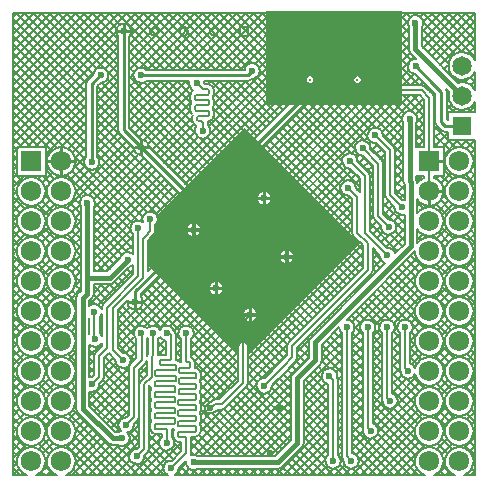
<source format=gbl>
G04*
G04 #@! TF.GenerationSoftware,Altium Limited,Altium Designer,24.1.2 (44)*
G04*
G04 Layer_Physical_Order=2*
G04 Layer_Color=16711680*
%FSLAX25Y25*%
%MOIN*%
G70*
G04*
G04 #@! TF.SameCoordinates,1DDA6136-DF48-45E1-A017-FCB5BA0D29E7*
G04*
G04*
G04 #@! TF.FilePolarity,Positive*
G04*
G01*
G75*
%ADD10C,0.00600*%
%ADD13C,0.01000*%
%ADD43C,0.00800*%
%ADD44C,0.01500*%
%ADD45C,0.00900*%
%ADD48C,0.06791*%
%ADD49R,0.06791X0.06791*%
%ADD50C,0.01083*%
%ADD53R,0.06496X0.06496*%
%ADD54C,0.06496*%
%ADD55C,0.02362*%
%ADD56C,0.00902*%
G36*
X117500Y79000D02*
X80287Y41787D01*
X79826Y41979D01*
Y44500D01*
X79725Y45007D01*
X79437Y45437D01*
X79007Y45725D01*
X78500Y45825D01*
X77993Y45725D01*
X77563Y45437D01*
X77275Y45007D01*
X77175Y44500D01*
Y41979D01*
X76713Y41787D01*
X46325Y72175D01*
Y79951D01*
X47669Y81294D01*
X47915Y81663D01*
X48437Y82185D01*
X48725Y82615D01*
X48825Y83122D01*
Y85241D01*
X49349Y85764D01*
X49681Y86566D01*
Y87434D01*
X49462Y87962D01*
X79000Y117500D01*
X117500Y79000D01*
D02*
G37*
G36*
X131500Y125000D02*
X86000D01*
Y156276D01*
X131500D01*
Y125000D01*
D02*
G37*
%LPC*%
G36*
X86000Y96154D02*
Y94500D01*
X87654D01*
X87349Y95236D01*
X86735Y95849D01*
X86000Y96154D01*
D02*
G37*
G36*
X85000D02*
X84264Y95849D01*
X83651Y95236D01*
X83346Y94500D01*
X85000D01*
Y96154D01*
D02*
G37*
G36*
X87654Y93500D02*
X86000D01*
Y91846D01*
X86735Y92151D01*
X87349Y92765D01*
X87654Y93500D01*
D02*
G37*
G36*
X85000D02*
X83346D01*
X83651Y92765D01*
X84264Y92151D01*
X85000Y91846D01*
Y93500D01*
D02*
G37*
G36*
X62500Y85654D02*
Y84000D01*
X64154D01*
X63849Y84736D01*
X63235Y85349D01*
X62500Y85654D01*
D02*
G37*
G36*
X61500D02*
X60764Y85349D01*
X60151Y84736D01*
X59846Y84000D01*
X61500D01*
Y85654D01*
D02*
G37*
G36*
X64154Y83000D02*
X62500D01*
Y81346D01*
X63235Y81651D01*
X63849Y82265D01*
X64154Y83000D01*
D02*
G37*
G36*
X61500D02*
X59846D01*
X60151Y82265D01*
X60764Y81651D01*
X61500Y81346D01*
Y83000D01*
D02*
G37*
G36*
X93500Y76654D02*
Y75000D01*
X95154D01*
X94849Y75735D01*
X94235Y76349D01*
X93500Y76654D01*
D02*
G37*
G36*
X92500D02*
X91764Y76349D01*
X91151Y75735D01*
X90846Y75000D01*
X92500D01*
Y76654D01*
D02*
G37*
G36*
X95154Y74000D02*
X93500D01*
Y72346D01*
X94235Y72651D01*
X94849Y73264D01*
X95154Y74000D01*
D02*
G37*
G36*
X92500D02*
X90846D01*
X91151Y73264D01*
X91764Y72651D01*
X92500Y72346D01*
Y74000D01*
D02*
G37*
G36*
X70000Y66154D02*
Y64500D01*
X71654D01*
X71349Y65236D01*
X70736Y65849D01*
X70000Y66154D01*
D02*
G37*
G36*
X69000D02*
X68265Y65849D01*
X67651Y65236D01*
X67346Y64500D01*
X69000D01*
Y66154D01*
D02*
G37*
G36*
X71654Y63500D02*
X70000D01*
Y61846D01*
X70736Y62151D01*
X71349Y62765D01*
X71654Y63500D01*
D02*
G37*
G36*
X69000D02*
X67346D01*
X67651Y62765D01*
X68265Y62151D01*
X69000Y61846D01*
Y63500D01*
D02*
G37*
G36*
X81303Y57350D02*
Y55697D01*
X82957D01*
X82652Y56432D01*
X82039Y57046D01*
X81303Y57350D01*
D02*
G37*
G36*
X80303D02*
X79568Y57046D01*
X78954Y56432D01*
X78650Y55697D01*
X80303D01*
Y57350D01*
D02*
G37*
G36*
X82957Y54697D02*
X81303D01*
Y53043D01*
X82039Y53348D01*
X82652Y53961D01*
X82957Y54697D01*
D02*
G37*
G36*
X80303D02*
X78650D01*
X78954Y53961D01*
X79568Y53348D01*
X80303Y53043D01*
Y54697D01*
D02*
G37*
G36*
X116814Y134618D02*
X116383D01*
X115985Y134453D01*
X115681Y134149D01*
X115516Y133751D01*
Y133320D01*
X115681Y132922D01*
X115985Y132618D01*
X116383Y132453D01*
X116814D01*
X117212Y132618D01*
X117516Y132922D01*
X117681Y133320D01*
Y133751D01*
X117516Y134149D01*
X117212Y134453D01*
X116814Y134618D01*
D02*
G37*
G36*
X101066D02*
X100635D01*
X100237Y134453D01*
X99933Y134149D01*
X99768Y133751D01*
Y133320D01*
X99933Y132922D01*
X100237Y132618D01*
X100635Y132453D01*
X101066D01*
X101464Y132618D01*
X101768Y132922D01*
X101933Y133320D01*
Y133751D01*
X101768Y134149D01*
X101464Y134453D01*
X101066Y134618D01*
D02*
G37*
%LPD*%
D10*
X78500Y52893D02*
X80803Y55197D01*
X69165Y25278D02*
X71278D01*
X67888Y24000D02*
X69165Y25278D01*
X67500Y24000D02*
X67888D01*
X53000Y12500D02*
Y15910D01*
X59500Y9000D02*
Y13778D01*
X54500Y4000D02*
X59500Y9000D01*
X120000Y70000D02*
Y79000D01*
X94868Y41025D02*
Y44868D01*
X120000Y70000D01*
X113000Y8000D02*
Y51000D01*
X53000Y49000D02*
X53337Y48663D01*
X54225D02*
X54500Y48388D01*
X53337Y48663D02*
X54225D01*
X48500Y41762D02*
Y49000D01*
X48000Y41262D02*
X48500Y41762D01*
X48000Y34500D02*
Y41262D01*
X43500Y68000D02*
Y84000D01*
X45000Y67500D02*
Y80500D01*
X59500Y39717D02*
Y46000D01*
Y39717D02*
X59851Y39365D01*
X60561D01*
X60739Y39187D01*
Y37762D02*
Y39187D01*
X60561Y37584D02*
X60739Y37762D01*
X57326Y37584D02*
X60561D01*
X57148Y37406D02*
X57326Y37584D01*
X57148Y35981D02*
Y37406D01*
Y35981D02*
X57326Y35803D01*
X62491D01*
X62669Y35625D01*
Y34200D02*
Y35625D01*
X62491Y34022D02*
X62669Y34200D01*
X57326Y34022D02*
X62491D01*
X57148Y33844D02*
X57326Y34022D01*
X57148Y32419D02*
Y33844D01*
Y32419D02*
X57326Y32241D01*
X62491D01*
X62669Y32063D01*
Y30638D02*
Y32063D01*
X62491Y30460D02*
X62669Y30638D01*
X57200Y30460D02*
X62491D01*
X57022Y30281D02*
X57200Y30460D01*
X57022Y28857D02*
Y30281D01*
Y28857D02*
X57200Y28679D01*
X62491D01*
X62669Y28500D01*
Y27075D02*
Y28500D01*
X62491Y26897D02*
X62669Y27075D01*
X57022Y26897D02*
X62491D01*
X56844Y26719D02*
X57022Y26897D01*
X56844Y25294D02*
Y26719D01*
Y25294D02*
X57022Y25116D01*
X62491D01*
X62669Y24938D01*
Y23513D02*
Y24938D01*
X62491Y23335D02*
X62669Y23513D01*
X57022Y23335D02*
X62491D01*
X56844Y23157D02*
X57022Y23335D01*
X56844Y21732D02*
Y23157D01*
Y21732D02*
X57022Y21554D01*
X62491D01*
X62669Y21376D01*
Y19951D02*
Y21376D01*
X62491Y19773D02*
X62669Y19951D01*
X57022Y19773D02*
X62491D01*
X56844Y19595D02*
X57022Y19773D01*
X56844Y18170D02*
Y19595D01*
Y18170D02*
X57022Y17992D01*
X62491D01*
X62669Y17814D01*
Y16389D02*
Y17814D01*
X62491Y16211D02*
X62669Y16389D01*
X57022Y16211D02*
X62491D01*
X56844Y16033D02*
X57022Y16211D01*
X56844Y14608D02*
Y16033D01*
Y14608D02*
X57022Y14430D01*
X59149D01*
X59500Y14078D01*
Y13778D02*
Y14078D01*
X54500Y40565D02*
Y48388D01*
X54149Y40213D02*
X54500Y40565D01*
X51034Y40213D02*
X54149D01*
X50856Y40035D02*
X51034Y40213D01*
X50856Y38610D02*
Y40035D01*
Y38610D02*
X51034Y38432D01*
X55870D01*
X56048Y38254D01*
Y36829D02*
Y38254D01*
X55870Y36651D02*
X56048Y36829D01*
X49392Y36651D02*
X55870D01*
X49214Y36473D02*
X49392Y36651D01*
X49214Y35048D02*
Y36473D01*
Y35048D02*
X49392Y34870D01*
X55870D01*
X56048Y34692D01*
Y33267D02*
Y34692D01*
X55870Y33089D02*
X56048Y33267D01*
X49392Y33089D02*
X55870D01*
X49214Y32910D02*
X49392Y33089D01*
X49214Y31486D02*
Y32910D01*
Y31486D02*
X49392Y31308D01*
X55743D01*
X55922Y31129D01*
Y29704D02*
Y31129D01*
X55743Y29526D02*
X55922Y29704D01*
X49392Y29526D02*
X55743D01*
X49214Y29348D02*
X49392Y29526D01*
X49214Y27923D02*
Y29348D01*
Y27923D02*
X49392Y27745D01*
X55566D01*
X55744Y27567D01*
Y26142D02*
Y27567D01*
X55566Y25964D02*
X55744Y26142D01*
X49392Y25964D02*
X55566D01*
X49214Y25786D02*
X49392Y25964D01*
X49214Y24361D02*
Y25786D01*
Y24361D02*
X49392Y24183D01*
X55566D01*
X55744Y24005D01*
Y22580D02*
Y24005D01*
X55566Y22402D02*
X55744Y22580D01*
X49392Y22402D02*
X55566D01*
X49214Y22224D02*
X49392Y22402D01*
X49214Y20799D02*
Y22224D01*
Y20799D02*
X49392Y20621D01*
X55566D01*
X55744Y20443D01*
Y19018D02*
Y20443D01*
X55566Y18840D02*
X55744Y19018D01*
X49392Y18840D02*
X55566D01*
X49214Y18662D02*
X49392Y18840D01*
X49214Y17237D02*
Y18662D01*
Y17237D02*
X49392Y17059D01*
X52649D01*
X53000Y16707D01*
Y15910D02*
Y16707D01*
X59500Y46000D02*
Y49000D01*
X42000Y21000D02*
Y37500D01*
X65000Y117750D02*
Y119159D01*
X64555Y119605D02*
X65000Y119159D01*
X63625Y119605D02*
X64555D01*
X63179Y120050D02*
X63625Y119605D01*
X63179Y120050D02*
Y120940D01*
X63625Y121386D01*
X66760D01*
X67205Y121831D01*
Y122722D01*
X66760Y123167D02*
X67205Y122722D01*
X62791Y123167D02*
X66760D01*
X62345Y123612D02*
X62791Y123167D01*
X62345Y123612D02*
Y124503D01*
X62791Y124948D01*
X66760D01*
X67205Y125393D01*
Y126284D01*
X66760Y126729D02*
X67205Y126284D01*
X62791Y126729D02*
X66760D01*
X62345Y127174D02*
X62791Y126729D01*
X62345Y127174D02*
Y128065D01*
X62791Y128510D01*
X66760D01*
X67205Y128955D01*
Y129846D01*
X66760Y130291D02*
X67205Y129846D01*
X65209Y130291D02*
X66760D01*
X64463Y131037D02*
X65209Y130291D01*
X63181Y132319D02*
X64463Y131037D01*
X63000Y132319D02*
X63181D01*
X65000Y116500D02*
Y117750D01*
X100507Y130007D02*
X137993D01*
X140551Y106299D02*
Y127449D01*
X137993Y130007D02*
X140551Y127449D01*
Y96299D02*
Y106299D01*
X97000Y126500D02*
X100507Y130007D01*
X78500Y32500D02*
Y52893D01*
X71278Y25278D02*
X78500Y32500D01*
X108500Y6500D02*
Y33491D01*
X107246Y34746D02*
X108500Y33491D01*
X17874Y106299D02*
X18595Y107020D01*
X35000Y43500D02*
X38500Y40000D01*
X35000Y57500D02*
X45000Y67500D01*
X35000Y43500D02*
Y57500D01*
X30500Y41500D02*
X33000Y44000D01*
Y57500D02*
X43500Y68000D01*
X33000Y44000D02*
Y57500D01*
X44626Y40126D02*
Y48874D01*
X44500Y49000D02*
X44626Y48874D01*
X28850Y56150D02*
X28925Y56075D01*
Y47075D02*
Y56075D01*
Y47075D02*
X29000Y47000D01*
X28000Y32000D02*
X30500Y34500D01*
Y41500D01*
X42000Y37500D02*
X44626Y40126D01*
X45500Y32000D02*
X48000Y34500D01*
X47500Y83122D02*
Y87000D01*
X45000Y80500D02*
X46731Y82231D01*
Y82354D02*
X47500Y83122D01*
X46731Y82231D02*
Y82354D01*
X85500Y31500D02*
X92111Y38111D01*
Y38268D01*
X94868Y41025D01*
X116569Y82431D02*
X120000Y79000D01*
X113500Y97500D02*
X116569Y94431D01*
Y82431D02*
Y94431D01*
X119000Y82500D02*
X126500Y75000D01*
X119000Y82500D02*
Y101500D01*
X114000Y106500D02*
X119000Y101500D01*
X127500Y95000D02*
X131500Y91000D01*
X122500Y115000D02*
X127500Y110000D01*
Y95000D02*
Y110000D01*
X123500Y88000D02*
Y105539D01*
X118287Y110751D02*
X123500Y105539D01*
Y88000D02*
X127000Y84500D01*
X39500Y18500D02*
X42000Y21000D01*
X45500Y10500D02*
Y32000D01*
X43000Y8000D02*
X45500Y10500D01*
X120000Y17500D02*
Y51000D01*
Y17500D02*
X121000Y16500D01*
X132500Y37500D02*
X133500Y36500D01*
X132500Y37500D02*
Y51000D01*
X126500Y27500D02*
X127500Y26500D01*
X126500Y27500D02*
Y51000D01*
X113000Y8000D02*
X114500Y6500D01*
D13*
X140551Y106299D02*
X144947D01*
X140551Y96299D02*
X144947D01*
X140551Y91904D02*
Y96299D01*
X85500Y94000D02*
Y96181D01*
X83319Y94000D02*
X85500D01*
Y91819D02*
Y94000D01*
X93000Y74500D02*
X95181D01*
X93000Y72319D02*
Y74500D01*
X90819D02*
X93000D01*
X85500Y94000D02*
X87681D01*
X93000Y74500D02*
Y76681D01*
X80803Y55197D02*
Y57378D01*
X78622Y55197D02*
X80803D01*
X69500Y64000D02*
X71681D01*
X69500D02*
Y66181D01*
Y61819D02*
Y64000D01*
X80803Y55197D02*
X82985D01*
X80803Y53016D02*
Y55197D01*
X38740Y149606D02*
Y151787D01*
Y149606D02*
X40921D01*
X36559D02*
X38740D01*
X62000Y83500D02*
X64181D01*
X62000D02*
Y85681D01*
Y81319D02*
Y83500D01*
X59819D02*
X62000D01*
X67319Y64000D02*
X69500D01*
X44500Y111000D02*
X46681D01*
X44500Y108819D02*
Y111000D01*
Y113181D01*
X42319Y111000D02*
X44500D01*
X42500Y59500D02*
X44681D01*
X40319D02*
X42500D01*
Y57319D02*
Y59500D01*
X17874Y106299D02*
X22270D01*
X17874D02*
Y110695D01*
Y101903D02*
Y106299D01*
X13478D02*
X17874D01*
X136000Y138000D02*
X141811Y132190D01*
X141811D01*
X80000Y135000D02*
X81500Y136500D01*
X44500Y135000D02*
X80000D01*
X28000Y106019D02*
Y132131D01*
X30869Y135000D01*
X31000D01*
X141811Y132190D02*
X144500Y129500D01*
Y119500D02*
Y129500D01*
Y119500D02*
X145890Y118110D01*
X151575D01*
D43*
X155766Y130119D02*
X155272Y130927D01*
X154625Y131618D01*
X153851Y132163D01*
X152982Y132540D01*
X152056Y132733D01*
X151109Y132735D01*
X150181Y132544D01*
X155766Y140119D02*
X155240Y140969D01*
X154543Y141687D01*
X153709Y142239D01*
X152777Y142600D01*
X151789Y142753D01*
X150790Y142692D01*
X149829Y142418D01*
X148948Y141945D01*
X148188Y141294D01*
X147586Y140496D01*
X147168Y139587D01*
X146954Y138610D01*
Y137610D01*
X147168Y136633D01*
X147586Y135725D01*
X148188Y134927D01*
X148948Y134276D01*
X149829Y133803D01*
X150791Y133529D01*
X151789Y133467D01*
X152777Y133620D01*
X153709Y133981D01*
X154543Y134534D01*
X155240Y135251D01*
X155766Y136101D01*
X146400Y129500D02*
X146060Y130584D01*
X146400Y129500D02*
X146060Y130584D01*
X142251Y127449D02*
X141753Y128651D01*
X142251Y127449D02*
X141751Y128653D01*
X147141Y129504D02*
X146946Y128529D01*
X146962Y127536D01*
X147190Y126568D01*
X147618Y125671D01*
X148227Y124886D01*
X148989Y124248D01*
X149869Y123786D01*
X150828Y123523D01*
X151820Y123469D01*
X152801Y123627D01*
X153726Y123990D01*
X154553Y124542D01*
X155244Y125256D01*
X155766Y126101D01*
X142600Y119500D02*
X143159Y118154D01*
X144546Y116767D02*
X145890Y116210D01*
X144544Y116770D02*
X145890Y116210D01*
X142600Y119500D02*
X143157Y118157D01*
X138484Y152500D02*
X138307Y153440D01*
X137799Y154251D01*
X137031Y154821D01*
X136108Y155073D01*
X135157Y154971D01*
X134308Y154530D01*
X133678Y153809D01*
X133354Y152909D01*
X133380Y151953D01*
X133753Y151072D01*
X138053D02*
X138374Y151754D01*
X138484Y152500D01*
X133753Y143782D02*
X133916Y142959D01*
X134382Y142262D01*
X136064Y140580D02*
X135077Y140410D01*
X134229Y139877D01*
X133647Y139062D01*
X133420Y138086D01*
X133582Y137098D01*
X134107Y136245D01*
X134918Y135656D01*
X135892Y135421D01*
X133753Y143782D02*
X133916Y142959D01*
X134382Y142262D01*
X139195Y131209D02*
X137993Y131707D01*
X139197Y131207D02*
X137993Y131707D01*
X136577Y120496D02*
X136399Y121436D01*
X135892Y122247D01*
X135124Y122817D01*
X134201Y123068D01*
X133250Y122967D01*
X132401Y122525D01*
X131771Y121805D01*
X131447Y120905D01*
X131473Y119949D01*
X131846Y119068D01*
X136146D02*
X136467Y119750D01*
X136577Y120496D01*
X155347Y106299D02*
X155242Y107296D01*
X154932Y108250D01*
X154431Y109118D01*
X153760Y109863D01*
X152949Y110452D01*
X152033Y110860D01*
X151052Y111069D01*
X150050D01*
X149069Y110860D01*
X148153Y110452D01*
X147342Y109863D01*
X146671Y109118D01*
X146170Y108250D01*
X145860Y107296D01*
X145756Y106299D01*
X145860Y105302D01*
X146170Y104349D01*
X146671Y103480D01*
X147342Y102735D01*
X148153Y102146D01*
X149069Y101738D01*
X150050Y101530D01*
X151052D01*
X152033Y101738D01*
X152949Y102146D01*
X153760Y102735D01*
X154431Y103480D01*
X154932Y104349D01*
X155242Y105302D01*
X155347Y106299D01*
Y96299D02*
X155242Y97296D01*
X154932Y98250D01*
X154431Y99118D01*
X153760Y99863D01*
X152949Y100452D01*
X152033Y100860D01*
X151052Y101069D01*
X150050D01*
X149069Y100860D01*
X148153Y100452D01*
X147342Y99863D01*
X146671Y99118D01*
X146170Y98250D01*
X145860Y97296D01*
X145756Y96299D01*
X145860Y95302D01*
X146170Y94349D01*
X146671Y93480D01*
X147342Y92735D01*
X148153Y92146D01*
X149069Y91738D01*
X150050Y91530D01*
X151052D01*
X152033Y91738D01*
X152949Y92146D01*
X153760Y92735D01*
X154431Y93480D01*
X154932Y94349D01*
X155242Y95302D01*
X155347Y96299D01*
Y86299D02*
X155242Y87296D01*
X154932Y88250D01*
X154431Y89118D01*
X153760Y89863D01*
X152949Y90452D01*
X152033Y90860D01*
X151052Y91069D01*
X150050D01*
X149069Y90860D01*
X148153Y90452D01*
X147342Y89863D01*
X146671Y89118D01*
X146170Y88250D01*
X145860Y87296D01*
X145756Y86299D01*
X145860Y85302D01*
X146170Y84349D01*
X146671Y83480D01*
X147342Y82735D01*
X148153Y82146D01*
X149069Y81738D01*
X150050Y81530D01*
X151052D01*
X152033Y81738D01*
X152949Y82146D01*
X153760Y82735D01*
X154431Y83480D01*
X154932Y84349D01*
X155242Y85302D01*
X155347Y86299D01*
Y76299D02*
X155242Y77296D01*
X154932Y78250D01*
X154431Y79118D01*
X153760Y79863D01*
X152949Y80452D01*
X152033Y80860D01*
X151052Y81069D01*
X150050D01*
X149069Y80860D01*
X148153Y80452D01*
X147342Y79863D01*
X146671Y79118D01*
X146170Y78250D01*
X145860Y77296D01*
X145756Y76299D01*
X145860Y75302D01*
X146170Y74349D01*
X146671Y73480D01*
X147342Y72735D01*
X148153Y72146D01*
X149069Y71738D01*
X150050Y71530D01*
X151052D01*
X152033Y71738D01*
X152949Y72146D01*
X153760Y72735D01*
X154431Y73480D01*
X154932Y74349D01*
X155242Y75302D01*
X155347Y76299D01*
X145347Y96299D02*
X145250Y97259D01*
X144963Y98179D01*
X144498Y99024D01*
X143873Y99758D01*
X143114Y100353D01*
X142251Y100784D01*
X136581Y93609D02*
X137237Y92833D01*
X138041Y92213D01*
X138958Y91776D01*
X139946Y91542D01*
X140961Y91521D01*
X141958Y91715D01*
X142892Y92114D01*
X143721Y92700D01*
X144408Y93449D01*
X144922Y94325D01*
X145239Y95289D01*
X145347Y96299D01*
X138851Y100784D02*
X137977Y100345D01*
X137209Y99739D01*
X136581Y98989D01*
Y99306D02*
X136146Y100604D01*
X136581Y99306D02*
X136146Y100604D01*
X145347Y86299D02*
X145239Y87309D01*
X144922Y88274D01*
X144408Y89150D01*
X143721Y89898D01*
X142892Y90485D01*
X141958Y90884D01*
X140961Y91077D01*
X139946Y91057D01*
X138958Y90822D01*
X138041Y90385D01*
X137237Y89765D01*
X136581Y88989D01*
Y83609D02*
X137237Y82833D01*
X138041Y82213D01*
X138958Y81776D01*
X139946Y81542D01*
X140961Y81521D01*
X141958Y81715D01*
X142892Y82114D01*
X143721Y82701D01*
X144408Y83449D01*
X144922Y84325D01*
X145239Y85289D01*
X145347Y86299D01*
X135756Y76294D02*
X135861Y75297D01*
X136172Y74344D01*
X136674Y73477D01*
X137345Y72733D01*
X138157Y72144D01*
X139073Y71737D01*
X140053Y71530D01*
X141055Y71530D01*
X142035Y71739D01*
X142951Y72147D01*
X143761Y72736D01*
X144432Y73481D01*
X144932Y74349D01*
X145242Y75302D01*
X145347Y76299D01*
Y76299D02*
X145239Y77309D01*
X144922Y78274D01*
X144408Y79150D01*
X143721Y79898D01*
X142892Y80485D01*
X141958Y80884D01*
X140961Y81077D01*
X139946Y81056D01*
X138958Y80822D01*
X138041Y80385D01*
X137237Y79765D01*
X136581Y78989D01*
X118278Y131707D02*
X118871Y132537D01*
X119081Y133535D01*
X118888Y134495D01*
X118339Y135306D01*
X117519Y135841D01*
X116556Y136018D01*
X115600Y135808D01*
X114799Y135246D01*
X114278Y134417D01*
X114117Y133451D01*
X114343Y132498D01*
X114919Y131707D01*
X102530D02*
X103123Y132537D01*
X103333Y133535D01*
X103121Y134540D01*
X102521Y135372D01*
X101635Y135891D01*
X100615Y136007D01*
X99636Y135701D01*
X98864Y135024D01*
X98431Y134093D01*
X98412Y133067D01*
X98810Y132121D01*
X99557Y131416D01*
X100507Y131707D02*
X99557Y131416D01*
X100507Y131707D02*
X99557Y131416D01*
X99305Y131209D01*
X99557Y131416D02*
X99303Y131207D01*
X96314Y128218D02*
X95554Y127654D01*
X95173Y126789D01*
X125081Y115000D02*
X124879Y116001D01*
X124305Y116845D01*
X123448Y117401D01*
X122443Y117580D01*
X121447Y117356D01*
X120615Y116763D01*
X120079Y115895D01*
X119921Y114886D01*
X120168Y113895D01*
X120779Y113077D01*
X121659Y112560D01*
X122671Y112425D01*
X120868Y110751D02*
X120666Y111752D01*
X120092Y112597D01*
X119235Y113152D01*
X118230Y113332D01*
X117234Y113108D01*
X116402Y112515D01*
X115866Y111646D01*
X115708Y110637D01*
X115954Y109646D01*
X116566Y108828D01*
X117446Y108311D01*
X118458Y108176D01*
X98308Y124692D02*
X98849Y125945D01*
X98308Y124692D02*
X98849Y125945D01*
X81608Y133921D02*
X82562Y134148D01*
X83363Y134713D01*
X83895Y135537D01*
X84081Y136500D01*
X83903Y137441D01*
X83395Y138253D01*
X82625Y138823D01*
X81701Y139073D01*
X80748Y138969D01*
X79900Y138525D01*
X79272Y137802D01*
X78950Y136900D01*
X80000Y133100D02*
X81346Y133659D01*
X80000Y133100D02*
X81344Y133657D01*
X68905Y129846D02*
X68407Y131048D01*
X68905Y126284D02*
X68407Y127486D01*
Y127753D02*
X68905Y128955D01*
Y129846D02*
X68405Y131050D01*
X68905Y126284D02*
X68405Y127488D01*
Y127751D02*
X68905Y128955D01*
Y122722D02*
X68407Y123924D01*
Y124191D02*
X68905Y125393D01*
X68407Y120629D02*
X68905Y121831D01*
Y122722D02*
X68405Y123926D01*
Y124189D02*
X68905Y125393D01*
X68405Y120627D02*
X68905Y121831D01*
X129200Y110000D02*
X128702Y111202D01*
X129200Y110000D02*
X128700Y111204D01*
X131846Y99742D02*
X132281Y98444D01*
X131846Y99742D02*
X132281Y98444D01*
X125800Y95000D02*
X126300Y93796D01*
X125200Y105539D02*
X124702Y106741D01*
X125200Y105539D02*
X124700Y106743D01*
X125800Y95000D02*
X126298Y93798D01*
X132281Y93460D02*
X131329Y93575D01*
X128925Y91171D02*
X129052Y90182D01*
X129545Y89315D01*
X130330Y88699D01*
X131290Y88428D01*
X132281Y88540D01*
X129581Y84500D02*
X129368Y85527D01*
X128763Y86385D01*
X127868Y86931D01*
X126829Y87075D01*
X124425Y84671D02*
X124562Y83652D01*
X125086Y82768D01*
X125914Y82158D01*
X126914Y81920D01*
X127928Y82091D01*
X128795Y82645D01*
X129376Y83492D01*
X129581Y84500D01*
X129005Y75624D02*
X128641Y76441D01*
X128021Y77085D01*
X127218Y77479D01*
X126329Y77575D01*
X121800Y88000D02*
X122298Y86798D01*
X121800Y88000D02*
X122300Y86796D01*
X123925Y75171D02*
X124021Y74282D01*
X124415Y73479D01*
X125059Y72859D01*
X125876Y72495D01*
X120700Y101500D02*
X120200Y102704D01*
X120700Y101500D02*
X120202Y102702D01*
X116581Y106500D02*
X116379Y107501D01*
X115805Y108345D01*
X114948Y108901D01*
X113943Y109081D01*
X112947Y108856D01*
X112115Y108264D01*
X111579Y107395D01*
X111421Y106386D01*
X111668Y105395D01*
X112279Y104577D01*
X113159Y104060D01*
X114171Y103925D01*
X79692Y111308D02*
X79150Y110000D01*
X79692Y111308D02*
X79150Y110000D01*
Y108500D02*
X79398Y107575D01*
X80075Y106898D01*
X81000Y106650D01*
X81925Y106898D01*
X82602Y107575D01*
X82850Y108500D01*
X116081Y97500D02*
X115879Y98501D01*
X115305Y99345D01*
X114448Y99901D01*
X113443Y100081D01*
X112447Y99856D01*
X111615Y99264D01*
X111079Y98395D01*
X110921Y97386D01*
X111168Y96395D01*
X111779Y95577D01*
X112659Y95060D01*
X113671Y94925D01*
X114869Y82431D02*
X115369Y81227D01*
X88081Y94000D02*
X87885Y94988D01*
X87325Y95825D01*
X86488Y96385D01*
X85500Y96581D01*
X84512Y96385D01*
X83675Y95825D01*
X83115Y94988D01*
X82919Y94000D01*
X83115Y93012D01*
X83675Y92175D01*
X84512Y91615D01*
X85500Y91419D01*
X86488Y91615D01*
X87325Y92175D01*
X87885Y93012D01*
X88081Y94000D01*
X114869Y82431D02*
X115367Y81229D01*
X95581Y74500D02*
X95385Y75488D01*
X94825Y76325D01*
X93988Y76885D01*
X93000Y77081D01*
X92012Y76885D01*
X91175Y76325D01*
X90615Y75488D01*
X90419Y74500D01*
X90615Y73512D01*
X91175Y72675D01*
X92012Y72115D01*
X93000Y71919D01*
X93988Y72115D01*
X94825Y72675D01*
X95385Y73512D01*
X95581Y74500D01*
X155347Y66299D02*
X155242Y67296D01*
X154932Y68250D01*
X154431Y69118D01*
X153760Y69863D01*
X152949Y70452D01*
X152033Y70860D01*
X151052Y71069D01*
X150050D01*
X149069Y70860D01*
X148153Y70452D01*
X147342Y69863D01*
X146671Y69118D01*
X146170Y68250D01*
X145860Y67296D01*
X145756Y66299D01*
X145860Y65302D01*
X146170Y64349D01*
X146671Y63480D01*
X147342Y62735D01*
X148153Y62146D01*
X149069Y61738D01*
X150050Y61530D01*
X151052D01*
X152033Y61738D01*
X152949Y62146D01*
X153760Y62735D01*
X154431Y63480D01*
X154932Y64349D01*
X155242Y65302D01*
X155347Y66299D01*
Y56299D02*
X155242Y57296D01*
X154932Y58250D01*
X154431Y59118D01*
X153760Y59863D01*
X152949Y60452D01*
X152033Y60860D01*
X151052Y61069D01*
X150050D01*
X149069Y60860D01*
X148153Y60452D01*
X147342Y59863D01*
X146671Y59118D01*
X146170Y58250D01*
X145860Y57296D01*
X145756Y56299D01*
X145860Y55302D01*
X146170Y54349D01*
X146671Y53480D01*
X147342Y52735D01*
X148153Y52146D01*
X149069Y51738D01*
X150050Y51530D01*
X151052D01*
X152033Y51738D01*
X152949Y52146D01*
X153760Y52735D01*
X154431Y53480D01*
X154932Y54349D01*
X155242Y55302D01*
X155347Y56299D01*
X145347D02*
X145242Y57296D01*
X144932Y58250D01*
X144431Y59118D01*
X143760Y59863D01*
X142949Y60452D01*
X142033Y60860D01*
X141052Y61069D01*
X140050D01*
X139069Y60860D01*
X138153Y60452D01*
X137342Y59863D01*
X136671Y59118D01*
X136170Y58250D01*
X135860Y57296D01*
X135756Y56299D01*
X135860Y55302D01*
X136170Y54349D01*
X136671Y53480D01*
X137342Y52735D01*
X138153Y52146D01*
X139069Y51738D01*
X140050Y51530D01*
X141052D01*
X142033Y51738D01*
X142949Y52146D01*
X143760Y52735D01*
X144431Y53480D01*
X144932Y54349D01*
X145242Y55302D01*
X145347Y56299D01*
X155347Y46299D02*
X155242Y47296D01*
X154932Y48250D01*
X154431Y49118D01*
X153760Y49863D01*
X152949Y50452D01*
X152033Y50860D01*
X151052Y51069D01*
X150050D01*
X149069Y50860D01*
X148153Y50452D01*
X147342Y49863D01*
X146671Y49118D01*
X146170Y48250D01*
X145860Y47296D01*
X145756Y46299D01*
X145860Y45302D01*
X146170Y44349D01*
X146671Y43480D01*
X147342Y42735D01*
X148153Y42146D01*
X149069Y41738D01*
X150050Y41530D01*
X151052D01*
X152033Y41738D01*
X152949Y42146D01*
X153760Y42735D01*
X154431Y43480D01*
X154932Y44349D01*
X155242Y45302D01*
X155347Y46299D01*
Y36299D02*
X155242Y37296D01*
X154932Y38250D01*
X154431Y39118D01*
X153760Y39863D01*
X152949Y40452D01*
X152033Y40860D01*
X151052Y41069D01*
X150050D01*
X149069Y40860D01*
X148153Y40452D01*
X147342Y39863D01*
X146671Y39118D01*
X146170Y38250D01*
X145860Y37296D01*
X145756Y36299D01*
X145860Y35302D01*
X146170Y34349D01*
X146671Y33480D01*
X147342Y32735D01*
X148153Y32146D01*
X149069Y31738D01*
X150050Y31530D01*
X151052D01*
X152033Y31738D01*
X152949Y32146D01*
X153760Y32735D01*
X154431Y33480D01*
X154932Y34349D01*
X155242Y35302D01*
X155347Y36299D01*
X145347Y46299D02*
X145242Y47296D01*
X144932Y48250D01*
X144431Y49118D01*
X143760Y49863D01*
X142949Y50452D01*
X142033Y50860D01*
X141052Y51069D01*
X140050D01*
X139069Y50860D01*
X138153Y50452D01*
X137342Y49863D01*
X136671Y49118D01*
X136170Y48250D01*
X135860Y47296D01*
X135756Y46299D01*
X135860Y45302D01*
X136170Y44349D01*
X136671Y43480D01*
X137342Y42735D01*
X138153Y42146D01*
X139069Y41738D01*
X140050Y41530D01*
X141052D01*
X142033Y41738D01*
X142949Y42146D01*
X143760Y42735D01*
X144431Y43480D01*
X144932Y44349D01*
X145242Y45302D01*
X145347Y46299D01*
Y36299D02*
X145245Y37285D01*
X144942Y38228D01*
X144452Y39089D01*
X143795Y39832D01*
X143000Y40423D01*
X142100Y40838D01*
X141134Y41059D01*
X140144Y41078D01*
X139170Y40892D01*
X138256Y40510D01*
X137440Y39948D01*
X136756Y39231D01*
X136234Y38388D01*
X135897Y37457D01*
X145347Y66299D02*
X145242Y67296D01*
X144932Y68250D01*
X144431Y69118D01*
X143760Y69863D01*
X142949Y70452D01*
X142033Y70860D01*
X141052Y71069D01*
X140050D01*
X139069Y70860D01*
X138153Y70452D01*
X137342Y69863D01*
X136671Y69118D01*
X136170Y68250D01*
X135860Y67296D01*
X135756Y66299D01*
X135860Y65302D01*
X136170Y64349D01*
X136671Y63480D01*
X137342Y62735D01*
X138153Y62146D01*
X139069Y61738D01*
X140050Y61530D01*
X141052D01*
X142033Y61738D01*
X142949Y62146D01*
X143760Y62735D01*
X144431Y63480D01*
X144932Y64349D01*
X145242Y65302D01*
X145347Y66299D01*
X121200Y68796D02*
X121700Y70000D01*
X121202Y68798D02*
X121700Y70000D01*
X134200Y49058D02*
X134851Y49934D01*
X135081Y51000D01*
X129081D02*
X128878Y52004D01*
X128301Y52849D01*
X127440Y53404D01*
X126432Y53580D01*
X125434Y53351D01*
X124604Y52751D01*
X124072Y51876D01*
X123923Y50863D01*
X124179Y49872D01*
X124800Y49058D01*
X121700D02*
X122351Y49934D01*
X122581Y51000D01*
X122378Y52004D01*
X121801Y52849D01*
X120940Y53404D01*
X119931Y53580D01*
X118934Y53351D01*
X118104Y52751D01*
X117572Y51876D01*
X117422Y50863D01*
X117679Y49872D01*
X118300Y49058D01*
X135081Y51000D02*
X134878Y52004D01*
X134301Y52849D01*
X133440Y53404D01*
X132431Y53580D01*
X131434Y53351D01*
X130604Y52751D01*
X130072Y51876D01*
X129922Y50863D01*
X130179Y49872D01*
X130800Y49058D01*
X128200D02*
X128850Y49934D01*
X129081Y51000D01*
X155347Y26299D02*
X155242Y27296D01*
X154932Y28250D01*
X154431Y29118D01*
X153760Y29863D01*
X152949Y30452D01*
X152033Y30860D01*
X151052Y31069D01*
X150050D01*
X149069Y30860D01*
X148153Y30452D01*
X147342Y29863D01*
X146671Y29118D01*
X146170Y28250D01*
X145860Y27296D01*
X145756Y26299D01*
X145860Y25302D01*
X146170Y24349D01*
X146671Y23480D01*
X147342Y22735D01*
X148153Y22146D01*
X149069Y21738D01*
X150050Y21530D01*
X151052D01*
X152033Y21738D01*
X152949Y22146D01*
X153760Y22735D01*
X154431Y23480D01*
X154932Y24349D01*
X155242Y25302D01*
X155347Y26299D01*
Y16299D02*
X155242Y17296D01*
X154932Y18250D01*
X154431Y19118D01*
X153760Y19863D01*
X152949Y20452D01*
X152033Y20860D01*
X151052Y21069D01*
X150050D01*
X149069Y20860D01*
X148153Y20452D01*
X147342Y19863D01*
X146671Y19118D01*
X146170Y18250D01*
X145860Y17296D01*
X145756Y16299D01*
X145860Y15302D01*
X146170Y14349D01*
X146671Y13480D01*
X147342Y12735D01*
X148153Y12146D01*
X149069Y11738D01*
X150050Y11530D01*
X151052D01*
X152033Y11738D01*
X152949Y12146D01*
X153760Y12735D01*
X154431Y13480D01*
X154932Y14349D01*
X155242Y15302D01*
X155347Y16299D01*
Y6299D02*
X155241Y7300D01*
X154929Y8257D01*
X154424Y9127D01*
X153749Y9873D01*
X152932Y10462D01*
X152011Y10867D01*
X151026Y11071D01*
X150019Y11065D01*
X149036Y10849D01*
X148120Y10433D01*
X147311Y9835D01*
X146644Y9081D01*
X146150Y8204D01*
X145849Y7244D01*
X145756Y6242D01*
X145873Y5242D01*
X146197Y4289D01*
X146712Y3425D01*
X147397Y2687D01*
X148220Y2108D01*
X149146Y1714D01*
X151956D02*
X152891Y2113D01*
X153720Y2700D01*
X154407Y3448D01*
X154921Y4324D01*
X155239Y5289D01*
X155347Y6299D01*
X141956Y1714D02*
X142891Y2113D01*
X143720Y2700D01*
X144407Y3448D01*
X144921Y4324D01*
X145239Y5289D01*
X145347Y6299D01*
X135897Y37457D02*
X135227Y38418D01*
X134200Y38984D01*
X135839Y35408D02*
X136130Y34441D01*
X136618Y33556D01*
X137279Y32793D01*
X138087Y32185D01*
X139003Y31760D01*
X139988Y31537D01*
X140998Y31525D01*
X141989Y31724D01*
X142915Y32127D01*
X143737Y32715D01*
X144417Y33462D01*
X144926Y34334D01*
X145240Y35294D01*
X145347Y36299D01*
X130939Y36825D02*
X131018Y35792D01*
X131497Y34872D01*
X132299Y34215D01*
X133296Y33927D01*
X134325Y34054D01*
X135221Y34576D01*
X135839Y35408D01*
X145347Y26299D02*
X145242Y27296D01*
X144932Y28250D01*
X144431Y29118D01*
X143760Y29863D01*
X142949Y30452D01*
X142033Y30860D01*
X141052Y31069D01*
X140050D01*
X139069Y30860D01*
X138153Y30452D01*
X137342Y29863D01*
X136671Y29118D01*
X136170Y28250D01*
X135860Y27296D01*
X135756Y26299D01*
X135860Y25302D01*
X136170Y24349D01*
X136671Y23480D01*
X137342Y22735D01*
X138153Y22146D01*
X139069Y21738D01*
X140050Y21530D01*
X141052D01*
X142033Y21738D01*
X142949Y22146D01*
X143760Y22735D01*
X144431Y23480D01*
X144932Y24349D01*
X145242Y25302D01*
X145347Y26299D01*
X130800Y37500D02*
X130939Y36826D01*
X130800Y37500D02*
X130939Y36826D01*
X124800Y27500D02*
X124940Y26826D01*
X124800Y27500D02*
X124940Y26826D01*
Y26825D02*
X125021Y25782D01*
X125510Y24856D01*
X126327Y24201D01*
X127337Y23924D01*
X128374Y24071D01*
X129267Y24618D01*
X129869Y25475D01*
X130081Y26500D01*
X129844Y27581D01*
X129176Y28463D01*
X128200Y28984D01*
X145347Y16299D02*
X145242Y17296D01*
X144932Y18250D01*
X144431Y19118D01*
X143760Y19863D01*
X142949Y20452D01*
X142033Y20860D01*
X141052Y21069D01*
X140050D01*
X139069Y20860D01*
X138153Y20452D01*
X137342Y19863D01*
X136671Y19118D01*
X136170Y18250D01*
X135860Y17296D01*
X135756Y16299D01*
X135860Y15302D01*
X136170Y14349D01*
X136671Y13480D01*
X137342Y12735D01*
X138153Y12146D01*
X139069Y11738D01*
X140050Y11530D01*
X141052D01*
X142033Y11738D01*
X142949Y12146D01*
X143760Y12735D01*
X144431Y13480D01*
X144932Y14349D01*
X145242Y15302D01*
X145347Y16299D01*
Y6299D02*
X145241Y7300D01*
X144929Y8257D01*
X144424Y9127D01*
X143749Y9873D01*
X142932Y10462D01*
X142011Y10867D01*
X141026Y11071D01*
X140019Y11065D01*
X139036Y10849D01*
X138120Y10433D01*
X137311Y9835D01*
X136644Y9081D01*
X136150Y8204D01*
X135849Y7244D01*
X135756Y6242D01*
X135873Y5242D01*
X136197Y4289D01*
X136712Y3425D01*
X137397Y2687D01*
X138220Y2108D01*
X139146Y1714D01*
X123581Y16500D02*
X123344Y17581D01*
X122676Y18463D01*
X121700Y18984D01*
X118439Y16826D02*
X118521Y15782D01*
X119010Y14856D01*
X119827Y14201D01*
X120837Y13924D01*
X121874Y14071D01*
X122766Y14618D01*
X123369Y15475D01*
X123581Y16500D01*
X115581Y51000D02*
X115389Y51978D01*
X114840Y52810D01*
X114017Y53372D01*
X113043Y53581D01*
X114700Y49058D02*
X115350Y49934D01*
X115581Y51000D01*
X110419Y50957D02*
X110658Y49914D01*
X111300Y49058D01*
X100980Y47599D02*
X100514Y46901D01*
X100350Y46079D01*
X100980Y47599D02*
X100514Y46901D01*
X100350Y46079D01*
X104020Y38480D02*
X104486Y39177D01*
X104650Y40000D01*
X96071Y39823D02*
X96569Y41025D01*
X104020Y38480D02*
X104486Y39177D01*
X104650Y40000D01*
X110200Y33491D02*
X109820Y34562D01*
X109827Y34746D02*
X109644Y35699D01*
X109123Y36517D01*
X108336Y37085D01*
X107395Y37322D01*
X106433Y37195D01*
X105586Y36722D01*
X104973Y35969D01*
X104682Y35043D01*
X104753Y34076D01*
X105177Y33202D01*
X105893Y32548D01*
X106800Y32203D01*
X93666Y46071D02*
X93168Y44868D01*
X93668Y46073D02*
X93168Y44868D01*
X83385Y55197D02*
X83180Y56204D01*
X82598Y57052D01*
X81731Y57605D01*
X80718Y57776D01*
X79717Y57538D01*
X78890Y56929D01*
X78365Y56044D01*
X78228Y55025D01*
X80632Y52621D02*
X81671Y52766D01*
X82567Y53312D01*
X83171Y54169D01*
X83385Y55197D01*
X77300Y54097D02*
X76800Y52893D01*
X77298Y54095D02*
X76800Y52893D01*
X96069Y39821D02*
X96569Y41025D01*
X93313Y36909D02*
X93662Y37414D01*
X94980Y35520D02*
X94514Y34823D01*
X94350Y34000D01*
X94980Y35520D02*
X94514Y34823D01*
X94350Y34000D01*
X93312Y36907D02*
X93662Y37414D01*
X90911Y39472D02*
X90561Y38965D01*
X90909Y39470D02*
X90561Y38965D01*
X118300Y17500D02*
X118439Y16826D01*
X118300Y17500D02*
X118439Y16826D01*
X110200Y33491D02*
X109820Y34562D01*
X117081Y6500D02*
X116903Y7441D01*
X116394Y8253D01*
X115625Y8823D01*
X114700Y9073D01*
X111300Y8000D02*
X111800Y6796D01*
X111300Y8000D02*
X111798Y6798D01*
X111925Y6671D02*
X112062Y5652D01*
X112586Y4768D01*
X113414Y4158D01*
X114414Y3920D01*
X115428Y4092D01*
X116295Y4645D01*
X116876Y5492D01*
X117081Y6500D01*
X111081D02*
X110851Y7566D01*
X110200Y8442D01*
X106800D02*
X106179Y7628D01*
X105922Y6637D01*
X106072Y5624D01*
X106604Y4749D01*
X107434Y4149D01*
X108431Y3920D01*
X109440Y4096D01*
X110301Y4651D01*
X110878Y5496D01*
X111081Y6500D01*
X98020Y10980D02*
X98486Y11677D01*
X98650Y12500D01*
X98020Y10980D02*
X98486Y11677D01*
X98650Y12500D01*
X85671Y34075D02*
X84659Y33940D01*
X83779Y33423D01*
X83167Y32605D01*
X82921Y31614D01*
X83079Y30605D01*
X83615Y29737D01*
X84447Y29144D01*
X85443Y28920D01*
X86448Y29099D01*
X87305Y29655D01*
X87879Y30499D01*
X88081Y31500D01*
X79700Y31296D02*
X80200Y32500D01*
X79702Y31298D02*
X80200Y32500D01*
X69165Y26978D02*
X67961Y26478D01*
X69165Y26978D02*
X67963Y26480D01*
X71278Y23578D02*
X72482Y24078D01*
X71278Y23578D02*
X72480Y24076D01*
X90000Y3850D02*
X90823Y4014D01*
X91520Y4480D01*
X90000Y3850D02*
X90823Y4014D01*
X91520Y4480D01*
X70140Y149606D02*
X69813Y150506D01*
X68983Y150985D01*
X68040Y150819D01*
X67425Y150085D01*
Y149127D01*
X68040Y148394D01*
X68983Y148228D01*
X69813Y148706D01*
X70140Y149606D01*
X67964Y131491D02*
X66760Y131991D01*
X67962Y131493D02*
X66760Y131991D01*
X60140Y149606D02*
X59813Y150506D01*
X58983Y150985D01*
X58040Y150819D01*
X57425Y150085D01*
Y149127D01*
X58040Y148394D01*
X58983Y148228D01*
X59813Y148706D01*
X60140Y149606D01*
X65581Y132323D02*
X65460Y133100D01*
X61924Y129973D02*
X61589Y129712D01*
X60540Y133100D02*
X60423Y132178D01*
X60640Y131274D01*
X61163Y130506D01*
X61924Y129973D01*
X66760Y119686D02*
X67964Y120186D01*
X66760Y119686D02*
X67962Y120184D01*
X61924Y129973D02*
X61587Y129710D01*
X61734Y121835D02*
X61479Y120940D01*
Y120050D02*
X61979Y118846D01*
X61479Y120050D02*
X61977Y118848D01*
X61143Y129267D02*
X60646Y128065D01*
Y127174D02*
X61145Y125970D01*
X60646Y127174D02*
X61143Y125972D01*
X61145Y129269D02*
X60646Y128065D01*
Y123612D02*
X61145Y122408D01*
X61734Y121835D02*
X61479Y120940D01*
X61145Y125707D02*
X60646Y124503D01*
X61143Y125705D02*
X60646Y124503D01*
Y123612D02*
X61143Y122410D01*
X50140Y149606D02*
X49813Y150506D01*
X48983Y150985D01*
X48040Y150819D01*
X47425Y150085D01*
Y149127D01*
X48040Y148394D01*
X48983Y148228D01*
X49813Y148706D01*
X50140Y149606D01*
X41321D02*
X41126Y150591D01*
X40570Y151426D01*
X39738Y151987D01*
X38754Y152187D01*
X37769Y151998D01*
X36930Y151446D01*
X36365Y150617D01*
X36159Y149635D01*
X36344Y148648D01*
X36890Y147806D01*
X40590D02*
X41131Y148635D01*
X41321Y149606D01*
X46247Y136900D02*
X45404Y137418D01*
X44428Y137580D01*
X43462Y137363D01*
X42650Y136799D01*
X42109Y135971D01*
X41919Y135000D01*
X42109Y134029D01*
X42650Y133201D01*
X43462Y132637D01*
X44428Y132420D01*
X45404Y132582D01*
X46247Y133100D01*
X66700Y119159D02*
X66616Y119686D01*
X66700Y119159D02*
X66616Y119686D01*
X67581Y116500D02*
X67351Y117566D01*
X66700Y118442D01*
X62423Y118403D02*
X62936Y118050D01*
X62421Y118404D02*
X62936Y118050D01*
X62510Y117178D01*
X62435Y116209D01*
X62724Y115282D01*
X63336Y114527D01*
X64183Y114052D01*
X65146Y113923D01*
X66088Y114159D01*
X66876Y114727D01*
X67398Y115546D01*
X67581Y116500D01*
X61308Y90514D02*
X61850Y91822D01*
Y95500D02*
X61308Y96808D01*
X61850Y95500D02*
X61308Y96808D01*
X47081Y111035D02*
X46878Y112004D01*
X46325Y112825D01*
X45505Y113377D01*
X44537Y113581D01*
X61308Y90514D02*
X61850Y91822D01*
X49200Y85058D02*
X49850Y85934D01*
X50081Y87000D01*
X49885Y87988D01*
X49325Y88825D01*
X48488Y89385D01*
X47501Y89581D01*
X46513Y89385D01*
X45676Y88826D01*
X45116Y87989D01*
X44919Y87001D01*
X45115Y86014D01*
X64581Y83500D02*
X64385Y84488D01*
X63825Y85325D01*
X62988Y85885D01*
X62000Y86081D01*
X61012Y85885D01*
X60175Y85325D01*
X59615Y84488D01*
X59419Y83500D01*
X59615Y82512D01*
X60175Y81675D01*
X61012Y81115D01*
X62000Y80919D01*
X62988Y81115D01*
X63825Y81675D01*
X64385Y82512D01*
X64581Y83500D01*
X72081Y64000D02*
X71885Y64988D01*
X71325Y65825D01*
X70488Y66385D01*
X69500Y66581D01*
X68512Y66385D01*
X67675Y65825D01*
X67115Y64988D01*
X66919Y64000D01*
X67115Y63012D01*
X67675Y62175D01*
X68512Y61615D01*
X69500Y61419D01*
X70488Y61615D01*
X71325Y62175D01*
X71885Y63012D01*
X72081Y64000D01*
X48041Y81148D02*
X48150Y80483D01*
X51308Y69192D02*
X51850Y70500D01*
X51308Y69192D02*
X51850Y70500D01*
X45115Y86014D02*
X44235Y86474D01*
X43246Y86568D01*
X42294Y86282D01*
X41522Y85658D01*
X41042Y84788D01*
X40927Y83801D01*
X41192Y82844D01*
X41800Y82058D01*
X36889Y116760D02*
X37431Y115451D01*
X36889Y116760D02*
X37431Y115451D01*
X41919Y110963D02*
X42123Y109995D01*
X42675Y109175D01*
X43496Y108622D01*
X44465Y108419D01*
X41800Y75350D02*
X41039Y75862D01*
X40148Y76077D01*
X39237Y75966D01*
X38423Y75543D01*
X37808Y74863D01*
X37470Y74010D01*
X40510Y70970D02*
X41800Y71650D01*
X45081Y59500D02*
X44891Y60471D01*
X44350Y61300D01*
X39985Y60081D02*
X39947Y59121D01*
X40262Y58214D01*
X40887Y57485D01*
X41736Y57035D01*
X42690Y56926D01*
X43618Y57174D01*
X44391Y57743D01*
X44902Y58556D01*
X45081Y59500D01*
X30975Y132419D02*
X31970Y132608D01*
X32816Y133166D01*
X33382Y134006D01*
X33581Y135000D01*
X33396Y135959D01*
X32869Y136780D01*
X32074Y137347D01*
X31125Y137578D01*
X30158Y137440D01*
X29312Y136953D01*
X28708Y136186D01*
X28431Y135249D01*
X26659Y133478D02*
X26100Y132131D01*
X26656Y133475D02*
X26100Y132131D01*
Y107766D02*
X25580Y106916D01*
X25420Y105932D01*
X25645Y104962D01*
X26221Y104148D01*
X27062Y103614D01*
X28043Y103438D01*
X29018Y103647D01*
X29840Y104209D01*
X30389Y105041D01*
X30581Y106019D01*
X30405Y106956D01*
X29900Y107766D01*
X22670Y106299D02*
X22565Y107296D01*
X22255Y108250D01*
X21754Y109118D01*
X21083Y109863D01*
X20272Y110452D01*
X19356Y110860D01*
X18375Y111069D01*
X17373D01*
X16392Y110860D01*
X15476Y110452D01*
X14665Y109863D01*
X13994Y109118D01*
X13493Y108250D01*
X13183Y107296D01*
X13078Y106299D01*
X13183Y105302D01*
X13493Y104349D01*
X13994Y103480D01*
X14665Y102735D01*
X15476Y102146D01*
X16392Y101738D01*
X17373Y101530D01*
X18375D01*
X19356Y101738D01*
X20272Y102146D01*
X21083Y102735D01*
X21754Y103480D01*
X22255Y104349D01*
X22565Y105302D01*
X22670Y106299D01*
X28650Y91072D02*
X28971Y91754D01*
X29081Y92500D01*
X28904Y93440D01*
X28396Y94251D01*
X27628Y94821D01*
X26705Y95073D01*
X25754Y94971D01*
X24905Y94530D01*
X24276Y93809D01*
X23952Y92909D01*
X23978Y91953D01*
X24350Y91072D01*
X22670Y96299D02*
X22565Y97296D01*
X22255Y98250D01*
X21754Y99118D01*
X21083Y99863D01*
X20272Y100452D01*
X19356Y100860D01*
X18375Y101069D01*
X17373D01*
X16392Y100860D01*
X15476Y100452D01*
X14665Y99863D01*
X13994Y99118D01*
X13493Y98250D01*
X13183Y97296D01*
X13078Y96299D01*
X13183Y95302D01*
X13493Y94349D01*
X13994Y93480D01*
X14665Y92735D01*
X15476Y92146D01*
X16392Y91738D01*
X17373Y91530D01*
X18375D01*
X19356Y91738D01*
X20272Y92146D01*
X21083Y92735D01*
X21754Y93480D01*
X22255Y94349D01*
X22565Y95302D01*
X22670Y96299D01*
X12670D02*
X12565Y97296D01*
X12255Y98250D01*
X11754Y99118D01*
X11083Y99863D01*
X10272Y100452D01*
X9356Y100860D01*
X8375Y101069D01*
X7373D01*
X6392Y100860D01*
X5476Y100452D01*
X4665Y99863D01*
X3994Y99118D01*
X3493Y98250D01*
X3183Y97296D01*
X3078Y96299D01*
X3183Y95302D01*
X3493Y94349D01*
X3994Y93480D01*
X4665Y92735D01*
X5476Y92146D01*
X6392Y91738D01*
X7373Y91530D01*
X8375D01*
X9356Y91738D01*
X10272Y92146D01*
X11083Y92735D01*
X11754Y93480D01*
X12255Y94349D01*
X12565Y95302D01*
X12670Y96299D01*
X34000Y65350D02*
X34823Y65514D01*
X35520Y65980D01*
X34000Y65350D02*
X34823Y65514D01*
X35520Y65980D01*
X28020Y60722D02*
X28486Y61419D01*
X28650Y62242D01*
X28020Y60722D02*
X28486Y61419D01*
X28650Y62242D01*
X31800Y58704D02*
X31300Y57500D01*
X31798Y58702D02*
X31300Y57500D01*
X30625Y54276D02*
X31300Y55336D01*
Y56963D02*
X30812Y57827D01*
X30034Y58443D01*
X29081Y58720D01*
X28094Y58617D01*
X27219Y58150D01*
X23549Y62331D02*
X23083Y61633D01*
X22919Y60811D01*
X23549Y62331D02*
X23083Y61633D01*
X22919Y60811D01*
X22670Y86299D02*
X22565Y87296D01*
X22255Y88250D01*
X21754Y89118D01*
X21083Y89863D01*
X20272Y90452D01*
X19356Y90860D01*
X18375Y91069D01*
X17373D01*
X16392Y90860D01*
X15476Y90452D01*
X14665Y89863D01*
X13994Y89118D01*
X13493Y88250D01*
X13183Y87296D01*
X13078Y86299D01*
X13183Y85302D01*
X13493Y84349D01*
X13994Y83480D01*
X14665Y82735D01*
X15476Y82146D01*
X16392Y81738D01*
X17373Y81530D01*
X18375D01*
X19356Y81738D01*
X20272Y82146D01*
X21083Y82735D01*
X21754Y83480D01*
X22255Y84349D01*
X22565Y85302D01*
X22670Y86299D01*
X12670D02*
X12565Y87296D01*
X12255Y88250D01*
X11754Y89118D01*
X11083Y89863D01*
X10272Y90452D01*
X9356Y90860D01*
X8375Y91069D01*
X7373D01*
X6392Y90860D01*
X5476Y90452D01*
X4665Y89863D01*
X3994Y89118D01*
X3493Y88250D01*
X3183Y87296D01*
X3078Y86299D01*
X3183Y85302D01*
X3493Y84349D01*
X3994Y83480D01*
X4665Y82735D01*
X5476Y82146D01*
X6392Y81738D01*
X7373Y81530D01*
X8375D01*
X9356Y81738D01*
X10272Y82146D01*
X11083Y82735D01*
X11754Y83480D01*
X12255Y84349D01*
X12565Y85302D01*
X12670Y86299D01*
X22670Y76299D02*
X22565Y77296D01*
X22255Y78250D01*
X21754Y79118D01*
X21083Y79863D01*
X20272Y80452D01*
X19356Y80860D01*
X18375Y81069D01*
X17373D01*
X16392Y80860D01*
X15476Y80452D01*
X14665Y79863D01*
X13994Y79118D01*
X13493Y78250D01*
X13183Y77296D01*
X13078Y76299D01*
X13183Y75302D01*
X13493Y74349D01*
X13994Y73480D01*
X14665Y72735D01*
X15476Y72146D01*
X16392Y71738D01*
X17373Y71530D01*
X18375D01*
X19356Y71738D01*
X20272Y72146D01*
X21083Y72735D01*
X21754Y73480D01*
X22255Y74349D01*
X22565Y75302D01*
X22670Y76299D01*
X12670D02*
X12565Y77296D01*
X12255Y78250D01*
X11754Y79118D01*
X11083Y79863D01*
X10272Y80452D01*
X9356Y80860D01*
X8375Y81069D01*
X7373D01*
X6392Y80860D01*
X5476Y80452D01*
X4665Y79863D01*
X3994Y79118D01*
X3493Y78250D01*
X3183Y77296D01*
X3078Y76299D01*
X3183Y75302D01*
X3493Y74349D01*
X3994Y73480D01*
X4665Y72735D01*
X5476Y72146D01*
X6392Y71738D01*
X7373Y71530D01*
X8375D01*
X9356Y71738D01*
X10272Y72146D01*
X11083Y72735D01*
X11754Y73480D01*
X12255Y74349D01*
X12565Y75302D01*
X12670Y76299D01*
X22670Y66299D02*
X22565Y67296D01*
X22255Y68250D01*
X21754Y69118D01*
X21083Y69863D01*
X20272Y70452D01*
X19356Y70860D01*
X18375Y71069D01*
X17373D01*
X16392Y70860D01*
X15476Y70452D01*
X14665Y69863D01*
X13994Y69118D01*
X13493Y68250D01*
X13183Y67296D01*
X13078Y66299D01*
X13183Y65302D01*
X13493Y64349D01*
X13994Y63480D01*
X14665Y62735D01*
X15476Y62146D01*
X16392Y61738D01*
X17373Y61530D01*
X18375D01*
X19356Y61738D01*
X20272Y62146D01*
X21083Y62735D01*
X21754Y63480D01*
X22255Y64349D01*
X22565Y65302D01*
X22670Y66299D01*
X12670D02*
X12565Y67296D01*
X12255Y68250D01*
X11754Y69118D01*
X11083Y69863D01*
X10272Y70452D01*
X9356Y70860D01*
X8375Y71069D01*
X7373D01*
X6392Y70860D01*
X5476Y70452D01*
X4665Y69863D01*
X3994Y69118D01*
X3493Y68250D01*
X3183Y67296D01*
X3078Y66299D01*
X3183Y65302D01*
X3493Y64349D01*
X3994Y63480D01*
X4665Y62735D01*
X5476Y62146D01*
X6392Y61738D01*
X7373Y61530D01*
X8375D01*
X9356Y61738D01*
X10272Y62146D01*
X11083Y62735D01*
X11754Y63480D01*
X12255Y64349D01*
X12565Y65302D01*
X12670Y66299D01*
X61765Y40565D02*
X61200Y40940D01*
X61763Y40567D02*
X61200Y40940D01*
X62439Y39187D02*
X61939Y40391D01*
X61200Y47058D02*
X61851Y47934D01*
X62081Y49000D01*
X61878Y50004D01*
X61301Y50849D01*
X60440Y51404D01*
X59431Y51580D01*
X58434Y51350D01*
X57604Y50751D01*
X57072Y49876D01*
X56923Y48863D01*
X57179Y47872D01*
X57800Y47058D01*
Y39717D02*
X57856Y39284D01*
X57800Y39717D02*
X57856Y39284D01*
X56138Y40111D02*
X56200Y40565D01*
X56138Y40111D02*
X56200Y40565D01*
X57074Y39632D02*
X56138Y40111D01*
X57072Y39634D02*
X56138Y40111D01*
X64369Y35625D02*
X63871Y36827D01*
X64369Y35625D02*
X63869Y36829D01*
X63991Y33131D02*
X64369Y34200D01*
X63991Y33131D02*
X64369Y34200D01*
X62439Y39187D02*
X61941Y40389D01*
X63695Y37003D02*
X62491Y37503D01*
X63693Y37005D02*
X62491Y37503D01*
X64369Y28500D02*
X63991Y29569D01*
X64369Y28500D02*
X63991Y29569D01*
X64369Y32063D02*
X63991Y33131D01*
X64369Y32063D02*
X63991Y33131D01*
Y29569D02*
X64369Y30638D01*
X63991Y29569D02*
X64369Y30638D01*
X56200Y48388D02*
X55702Y49590D01*
X56200Y48388D02*
X55700Y49592D01*
X55435Y49857D02*
X54940Y50703D01*
X54166Y51303D01*
X53224Y51571D01*
X52249Y51470D01*
X51383Y51012D01*
X50750Y50265D01*
X50102Y51024D01*
X49215Y51480D01*
X48221Y51566D01*
X47268Y51268D01*
X46500Y50632D01*
X50750Y47735D02*
X51276Y47080D01*
X51984Y46627D01*
X52800Y46427D01*
X50200Y47058D02*
X50750Y47735D01*
X46500Y50632D02*
X45764Y51250D01*
X44853Y51557D01*
X43892Y51509D01*
X43017Y51112D01*
X42346Y50423D01*
X41975Y49536D01*
X41954Y48575D01*
X42287Y47672D01*
X42926Y46954D01*
X46500Y47368D02*
X46800Y47058D01*
X51034Y41913D02*
X50199Y41694D01*
X51034Y41913D02*
X50199Y41694D01*
X47892Y30417D02*
X47514Y29348D01*
Y31486D02*
X47892Y30417D01*
X47514Y31486D02*
X47892Y30417D01*
X47514Y29348D01*
X46800Y42466D02*
X46326Y41558D01*
X46798Y42464D02*
X46326Y41558D01*
X45826Y38922D02*
X46300Y39830D01*
X45828Y38924D02*
X46300Y39830D01*
X67888Y22300D02*
X69091Y22800D01*
X67146Y25663D02*
X66285Y25189D01*
X65830Y24318D01*
X65933Y23341D01*
X66559Y22584D01*
X67500Y22300D01*
X67888D02*
X69090Y22798D01*
X63991Y26007D02*
X64369Y27075D01*
Y17814D02*
X63991Y18882D01*
X64369Y17814D02*
X63991Y18882D01*
X64369Y19951D01*
X63991Y18882D02*
X64369Y19951D01*
X63869Y15185D02*
X64369Y16389D01*
X63871Y15187D02*
X64369Y16389D01*
X63991Y22445D02*
X64369Y23513D01*
Y21376D02*
X63991Y22445D01*
X64369Y21376D02*
X63991Y22445D01*
X64369Y24938D02*
X63991Y26007D01*
X64369Y27075D01*
X63991Y22445D02*
X64369Y23513D01*
Y24938D02*
X63991Y26007D01*
X62491Y14511D02*
X63695Y15011D01*
X62491Y14511D02*
X63693Y15009D01*
X61200Y14078D02*
X61144Y14511D01*
X61200Y14078D02*
X61144Y14511D01*
X55144Y14608D02*
X55642Y13406D01*
X63428Y8150D02*
X62295Y8564D01*
X61097Y8418D01*
X59485Y6581D02*
X59456Y5562D01*
X59824Y4612D01*
X60530Y3878D01*
X61466Y3475D01*
X62485Y3465D01*
X63428Y3850D01*
X61097Y8418D02*
X61200Y9000D01*
X55818Y13230D02*
X57022Y12730D01*
X55820Y13228D02*
X57022Y12730D01*
X61097Y8418D02*
X61200Y9000D01*
X55698Y1714D02*
X56431Y2288D01*
X56913Y3084D01*
X57081Y4000D01*
X47892Y19730D02*
X47514Y18662D01*
X47892Y19730D02*
X47514Y18662D01*
Y20799D02*
X47892Y19730D01*
X47514Y17237D02*
X48014Y16033D01*
X47514Y17237D02*
X48012Y16035D01*
X47514Y27923D02*
X47892Y26855D01*
X47514Y27923D02*
X47892Y26855D01*
X47514Y25786D01*
X47892Y26855D02*
X47514Y25786D01*
X55522Y17101D02*
X55144Y16033D01*
X55522Y17101D02*
X55144Y16033D01*
X54700Y16707D02*
X54644Y17140D01*
X54700Y16707D02*
X54644Y17140D01*
X48188Y15859D02*
X49392Y15359D01*
X47514Y24361D02*
X47892Y23293D01*
X47514Y24361D02*
X47892Y23293D01*
X47514Y22224D01*
X47892Y23293D02*
X47514Y22224D01*
Y20799D02*
X47892Y19730D01*
X55144Y14608D02*
X55644Y13404D01*
X55581Y12500D02*
X55351Y13566D01*
X54700Y14442D01*
X51300D02*
X50679Y13628D01*
X50423Y12637D01*
X50572Y11624D01*
X51104Y10749D01*
X51934Y10149D01*
X52931Y9920D01*
X53940Y10096D01*
X54801Y10651D01*
X55378Y11496D01*
X55581Y12500D01*
X54671Y6575D02*
X53681Y6448D01*
X52813Y5954D01*
X52198Y5167D01*
X51927Y4206D01*
X52041Y3214D01*
X52524Y2340D01*
X53302Y1714D01*
X48190Y15857D02*
X49392Y15359D01*
X46700Y9296D02*
X47200Y10500D01*
X46702Y9298D02*
X47200Y10500D01*
X43171Y10575D02*
X42159Y10440D01*
X41279Y9923D01*
X40668Y9105D01*
X40421Y8114D01*
X40579Y7105D01*
X41115Y6236D01*
X41947Y5644D01*
X42943Y5420D01*
X43948Y5599D01*
X44805Y6155D01*
X45379Y6999D01*
X45581Y8000D01*
X31300Y48171D02*
X30625Y49005D01*
X27219Y45132D02*
X28020Y44612D01*
X28956Y44419D01*
X29898Y44580D01*
X30716Y45072D01*
X31300Y45829D01*
X29298Y42702D02*
X28800Y41500D01*
X29300Y42704D02*
X28800Y41500D01*
X40800Y38704D02*
X40300Y37500D01*
X40798Y38702D02*
X40300Y37500D01*
X35925Y40171D02*
X36062Y39152D01*
X36586Y38268D01*
X37414Y37658D01*
X38414Y37420D01*
X39428Y37591D01*
X40295Y38145D01*
X40876Y38993D01*
X41081Y40000D01*
X40868Y41027D01*
X40264Y41885D01*
X39368Y42431D01*
X38329Y42575D01*
X44300Y33204D02*
X43800Y32000D01*
X44298Y33202D02*
X43800Y32000D01*
X31702Y33298D02*
X32200Y34500D01*
X31700Y33296D02*
X32200Y34500D01*
X28171Y34575D02*
X27219Y34460D01*
X22670Y56299D02*
X22565Y57296D01*
X22255Y58250D01*
X21754Y59118D01*
X21083Y59863D01*
X20272Y60452D01*
X19356Y60860D01*
X18375Y61069D01*
X17373D01*
X16392Y60860D01*
X15476Y60452D01*
X14665Y59863D01*
X13994Y59118D01*
X13493Y58250D01*
X13183Y57296D01*
X13078Y56299D01*
X13183Y55302D01*
X13493Y54349D01*
X13994Y53480D01*
X14665Y52735D01*
X15476Y52146D01*
X16392Y51738D01*
X17373Y51530D01*
X18375D01*
X19356Y51738D01*
X20272Y52146D01*
X21083Y52735D01*
X21754Y53480D01*
X22255Y54349D01*
X22565Y55302D01*
X22670Y56299D01*
Y46299D02*
X22565Y47296D01*
X22255Y48250D01*
X21754Y49118D01*
X21083Y49863D01*
X20272Y50452D01*
X19356Y50860D01*
X18375Y51069D01*
X17373D01*
X16392Y50860D01*
X15476Y50452D01*
X14665Y49863D01*
X13994Y49118D01*
X13493Y48250D01*
X13183Y47296D01*
X13078Y46299D01*
X13183Y45302D01*
X13493Y44349D01*
X13994Y43480D01*
X14665Y42735D01*
X15476Y42146D01*
X16392Y41738D01*
X17373Y41530D01*
X18375D01*
X19356Y41738D01*
X20272Y42146D01*
X21083Y42735D01*
X21754Y43480D01*
X22255Y44349D01*
X22565Y45302D01*
X22670Y46299D01*
X12670Y56299D02*
X12565Y57296D01*
X12255Y58250D01*
X11754Y59118D01*
X11083Y59863D01*
X10272Y60452D01*
X9356Y60860D01*
X8375Y61069D01*
X7373D01*
X6392Y60860D01*
X5476Y60452D01*
X4665Y59863D01*
X3994Y59118D01*
X3493Y58250D01*
X3183Y57296D01*
X3078Y56299D01*
X3183Y55302D01*
X3493Y54349D01*
X3994Y53480D01*
X4665Y52735D01*
X5476Y52146D01*
X6392Y51738D01*
X7373Y51530D01*
X8375D01*
X9356Y51738D01*
X10272Y52146D01*
X11083Y52735D01*
X11754Y53480D01*
X12255Y54349D01*
X12565Y55302D01*
X12670Y56299D01*
Y46299D02*
X12565Y47296D01*
X12255Y48250D01*
X11754Y49118D01*
X11083Y49863D01*
X10272Y50452D01*
X9356Y50860D01*
X8375Y51069D01*
X7373D01*
X6392Y50860D01*
X5476Y50452D01*
X4665Y49863D01*
X3994Y49118D01*
X3493Y48250D01*
X3183Y47296D01*
X3078Y46299D01*
X3183Y45302D01*
X3493Y44349D01*
X3994Y43480D01*
X4665Y42735D01*
X5476Y42146D01*
X6392Y41738D01*
X7373Y41530D01*
X8375D01*
X9356Y41738D01*
X10272Y42146D01*
X11083Y42735D01*
X11754Y43480D01*
X12255Y44349D01*
X12565Y45302D01*
X12670Y46299D01*
X22670Y36299D02*
X22565Y37296D01*
X22255Y38250D01*
X21754Y39118D01*
X21083Y39863D01*
X20272Y40452D01*
X19356Y40860D01*
X18375Y41069D01*
X17373D01*
X16392Y40860D01*
X15476Y40452D01*
X14665Y39863D01*
X13994Y39118D01*
X13493Y38250D01*
X13183Y37296D01*
X13078Y36299D01*
X13183Y35302D01*
X13493Y34349D01*
X13994Y33480D01*
X14665Y32735D01*
X15476Y32146D01*
X16392Y31738D01*
X17373Y31530D01*
X18375D01*
X19356Y31738D01*
X20272Y32146D01*
X21083Y32735D01*
X21754Y33480D01*
X22255Y34349D01*
X22565Y35302D01*
X22670Y36299D01*
X12670D02*
X12565Y37296D01*
X12255Y38250D01*
X11754Y39118D01*
X11083Y39863D01*
X10272Y40452D01*
X9356Y40860D01*
X8375Y41069D01*
X7373D01*
X6392Y40860D01*
X5476Y40452D01*
X4665Y39863D01*
X3994Y39118D01*
X3493Y38250D01*
X3183Y37296D01*
X3078Y36299D01*
X3183Y35302D01*
X3493Y34349D01*
X3994Y33480D01*
X4665Y32735D01*
X5476Y32146D01*
X6392Y31738D01*
X7373Y31530D01*
X8375D01*
X9356Y31738D01*
X10272Y32146D01*
X11083Y32735D01*
X11754Y33480D01*
X12255Y34349D01*
X12565Y35302D01*
X12670Y36299D01*
X39671Y21075D02*
X38614Y20924D01*
X37708Y20358D01*
X37109Y19473D01*
X36920Y18422D01*
X37173Y17384D01*
X37824Y16537D01*
X43200Y19796D02*
X43700Y21000D01*
X43202Y19798D02*
X43700Y21000D01*
X37824Y16537D02*
X36784Y16150D01*
X39860Y15944D02*
X40732Y16232D01*
X41448Y16807D01*
X41918Y17596D01*
X42081Y18500D01*
X27219Y29540D02*
X28176Y29425D01*
X29108Y29669D01*
X29886Y30238D01*
X30401Y31053D01*
X30581Y32000D01*
X22919Y23931D02*
X23083Y23108D01*
X23549Y22411D01*
X22919Y23931D02*
X23083Y23108D01*
X23549Y22411D01*
X40765Y13981D02*
X40528Y15062D01*
X39860Y15944D01*
X36727Y11850D02*
X37576Y11473D01*
X38503Y11420D01*
X39388Y11699D01*
X40118Y12273D01*
X40598Y13068D01*
X40765Y13981D01*
X33480Y12480D02*
X34177Y12014D01*
X35000Y11850D01*
X33480Y12480D02*
X34177Y12014D01*
X35000Y11850D01*
X19279Y1714D02*
X20213Y2113D01*
X21043Y2700D01*
X21730Y3448D01*
X22244Y4324D01*
X22562Y5289D01*
X22670Y6299D01*
Y26299D02*
X22565Y27296D01*
X22255Y28250D01*
X21754Y29118D01*
X21083Y29863D01*
X20272Y30452D01*
X19356Y30860D01*
X18375Y31069D01*
X17373D01*
X16392Y30860D01*
X15476Y30452D01*
X14665Y29863D01*
X13994Y29118D01*
X13493Y28250D01*
X13183Y27296D01*
X13078Y26299D01*
X13183Y25302D01*
X13493Y24349D01*
X13994Y23480D01*
X14665Y22735D01*
X15476Y22146D01*
X16392Y21738D01*
X17373Y21530D01*
X18375D01*
X19356Y21738D01*
X20272Y22146D01*
X21083Y22735D01*
X21754Y23480D01*
X22255Y24349D01*
X22565Y25302D01*
X22670Y26299D01*
X12670D02*
X12565Y27296D01*
X12255Y28250D01*
X11754Y29118D01*
X11083Y29863D01*
X10272Y30452D01*
X9356Y30860D01*
X8375Y31069D01*
X7373D01*
X6392Y30860D01*
X5476Y30452D01*
X4665Y29863D01*
X3994Y29118D01*
X3493Y28250D01*
X3183Y27296D01*
X3078Y26299D01*
X3183Y25302D01*
X3493Y24349D01*
X3994Y23480D01*
X4665Y22735D01*
X5476Y22146D01*
X6392Y21738D01*
X7373Y21530D01*
X8375D01*
X9356Y21738D01*
X10272Y22146D01*
X11083Y22735D01*
X11754Y23480D01*
X12255Y24349D01*
X12565Y25302D01*
X12670Y26299D01*
X22670Y16299D02*
X22565Y17296D01*
X22255Y18250D01*
X21754Y19118D01*
X21083Y19863D01*
X20272Y20452D01*
X19356Y20860D01*
X18375Y21069D01*
X17373D01*
X16392Y20860D01*
X15476Y20452D01*
X14665Y19863D01*
X13994Y19118D01*
X13493Y18250D01*
X13183Y17296D01*
X13078Y16299D01*
X13183Y15302D01*
X13493Y14349D01*
X13994Y13480D01*
X14665Y12735D01*
X15476Y12146D01*
X16392Y11738D01*
X17373Y11530D01*
X18375D01*
X19356Y11738D01*
X20272Y12146D01*
X21083Y12735D01*
X21754Y13480D01*
X22255Y14349D01*
X22565Y15302D01*
X22670Y16299D01*
X12670Y6299D02*
X12564Y7300D01*
X12252Y8257D01*
X11747Y9127D01*
X11072Y9873D01*
X10255Y10462D01*
X9334Y10867D01*
X8349Y11071D01*
X7342Y11065D01*
X6359Y10849D01*
X5443Y10433D01*
X4634Y9835D01*
X3967Y9081D01*
X3473Y8204D01*
X3172Y7244D01*
X3079Y6242D01*
X3196Y5242D01*
X3520Y4289D01*
X4035Y3425D01*
X4720Y2687D01*
X5543Y2108D01*
X6469Y1714D01*
X22670Y6299D02*
X22564Y7300D01*
X22252Y8257D01*
X21747Y9127D01*
X21071Y9873D01*
X20255Y10462D01*
X19334Y10867D01*
X18349Y11071D01*
X17342Y11065D01*
X16359Y10849D01*
X15443Y10433D01*
X14634Y9835D01*
X13967Y9081D01*
X13473Y8204D01*
X13172Y7244D01*
X13079Y6242D01*
X13196Y5242D01*
X13520Y4289D01*
X14035Y3425D01*
X14720Y2687D01*
X15543Y2108D01*
X16469Y1714D01*
X9279D02*
X10213Y2113D01*
X11043Y2700D01*
X11730Y3448D01*
X12244Y4324D01*
X12562Y5289D01*
X12670Y6299D01*
Y16299D02*
X12565Y17296D01*
X12255Y18250D01*
X11754Y19118D01*
X11083Y19863D01*
X10272Y20452D01*
X9356Y20860D01*
X8375Y21069D01*
X7373D01*
X6392Y20860D01*
X5476Y20452D01*
X4665Y19863D01*
X3994Y19118D01*
X3493Y18250D01*
X3183Y17296D01*
X3078Y16299D01*
X3183Y15302D01*
X3493Y14349D01*
X3994Y13480D01*
X4665Y12735D01*
X5476Y12146D01*
X6392Y11738D01*
X7373Y11530D01*
X8375D01*
X9356Y11738D01*
X10272Y12146D01*
X11083Y12735D01*
X11754Y13480D01*
X12255Y14349D01*
X12565Y15302D01*
X12670Y16299D01*
X146876Y155766D02*
X155766Y146876D01*
X144047Y155766D02*
X155766Y144047D01*
X155361Y155766D02*
X155766Y155361D01*
X144191Y138534D02*
X155766Y150110D01*
Y140119D02*
Y155766D01*
X141363Y141363D02*
X155766Y155766D01*
X141363Y141363D02*
X155766Y155766D01*
X142777Y139949D02*
X155766Y152938D01*
X141219Y155766D02*
X155766Y141219D01*
X154215Y134285D02*
X155766Y132733D01*
X155183Y141041D02*
X155766Y141624D01*
Y130119D02*
Y136101D01*
X154416Y131789D02*
X155766Y133139D01*
X153605Y142291D02*
X155766Y144453D01*
X151231Y142745D02*
X155766Y147281D01*
X152532Y155766D02*
X155766Y152532D01*
X149704Y155766D02*
X155766Y149704D01*
X149848Y132878D02*
X150548Y133577D01*
X152470Y132671D02*
X153864Y134065D01*
X152171Y133501D02*
X153210Y132461D01*
X147020Y135706D02*
X147394Y136080D01*
X145605Y137120D02*
X146940Y138454D01*
X140472Y130841D02*
X142600Y128713D01*
X146060Y130584D02*
X147141Y129504D01*
X146400Y127957D02*
X146986Y127372D01*
X146400Y129429D02*
X146808Y129837D01*
X142155Y128013D02*
X142600Y128458D01*
X140859Y129545D02*
X141313Y130000D01*
X155022Y124992D02*
X155766Y124248D01*
X153365Y123821D02*
X154428Y122758D01*
X148214D02*
X149438Y123982D01*
X155766Y122758D02*
Y126101D01*
X153871Y122758D02*
X155766Y124654D01*
X146400Y123773D02*
X147896Y125269D01*
X146400Y126601D02*
X147014Y127215D01*
X146400Y125129D02*
X148771Y122758D01*
X146927D02*
X155766D01*
X150836Y123521D02*
X151599Y122758D01*
X151043D02*
X151750Y123466D01*
X146927Y113462D02*
Y116210D01*
X146400Y120944D02*
X146927Y121471D01*
X146400Y122301D02*
X146927Y121774D01*
X142251Y117964D02*
X149290Y110926D01*
X146927Y120010D02*
Y122758D01*
X146400Y120287D02*
Y129500D01*
X142251Y120793D02*
X142600Y120444D01*
X142251Y122452D02*
X142600Y122801D01*
X146400Y120287D02*
X146677Y120010D01*
X142600Y119500D02*
Y128713D01*
X142251Y125281D02*
X142600Y125629D01*
X142251Y126450D02*
X142600Y126101D01*
X142251Y123621D02*
X142600Y123272D01*
X142251Y111095D02*
Y127449D01*
X143159Y118154D02*
X144544Y116770D01*
X142251Y119624D02*
X142600Y119973D01*
X142251Y113967D02*
X144823Y116538D01*
X142251Y116795D02*
X143384Y117929D01*
X138053Y146538D02*
X147281Y155766D01*
X138534Y144191D02*
X150110Y155766D01*
X138481Y152623D02*
X141624Y155766D01*
X139949Y142777D02*
X152938Y155766D01*
X138390D02*
X151401Y142755D01*
X137532Y154502D02*
X138796Y155766D01*
X135562D02*
X136274Y155054D01*
X138053Y149366D02*
X144453Y155766D01*
X138457Y152871D02*
X149214Y142114D01*
X138053Y147618D02*
X146965Y138706D01*
X138053Y144790D02*
X150271Y132572D01*
X138053Y144673D02*
X150181Y132544D01*
X138053Y144673D02*
Y151072D01*
Y150447D02*
X147749Y140750D01*
X134382Y142262D02*
X136064Y140580D01*
X132733Y155766D02*
X134127Y154373D01*
X135178Y154977D02*
X135967Y155766D01*
X129905D02*
X133326Y152345D01*
X124248Y155766D02*
X133753Y146262D01*
X127076Y155766D02*
X133753Y149090D01*
X118591Y155766D02*
X134362Y139995D01*
X121420Y155766D02*
X133787Y143399D01*
X116184Y135983D02*
X133425Y153225D01*
X115763Y155766D02*
X133421Y138108D01*
X133753Y143782D02*
Y151072D01*
X119058Y133201D02*
X133753Y147895D01*
X118337Y135308D02*
X133753Y150723D01*
X126050Y131707D02*
X135494Y141151D01*
X131707Y131707D02*
X135473Y135473D01*
X137364Y131707D02*
X138485Y132828D01*
X139197Y131207D02*
X141751Y128653D01*
X139445Y130959D02*
X139899Y131414D01*
X135892Y135421D02*
X140464Y130849D01*
X137289Y128307D02*
X138851Y126745D01*
X131908Y128307D02*
X138851Y121364D01*
X134737Y128307D02*
X138851Y124193D01*
X136555Y120832D02*
X138851Y118536D01*
X136296Y119326D02*
X138851Y121881D01*
Y111095D02*
Y126745D01*
X136146Y113518D02*
X138851Y116224D01*
X136113Y121971D02*
X138851Y124709D01*
X134364Y123050D02*
X138455Y127141D01*
X136146Y118413D02*
X138851Y115707D01*
X136146Y116347D02*
X138851Y119052D01*
X123222Y131707D02*
X134110Y142595D01*
X128878Y131707D02*
X133808Y136637D01*
X134535Y131707D02*
X137071Y134242D01*
X131707Y131707D02*
X135473Y135473D01*
X110106Y155766D02*
X134165Y131707D01*
X109080D02*
X133139Y155766D01*
X112934D02*
X136994Y131707D01*
X120393D02*
X133753Y145066D01*
X129080Y128307D02*
X134332Y123055D01*
X136146Y111095D02*
Y119068D01*
X118278Y131707D02*
X137993D01*
X101211Y128307D02*
X137289D01*
X124750Y116265D02*
X136792Y128307D01*
X123154Y117497D02*
X133964Y128307D01*
X154406Y109151D02*
X155766Y110511D01*
X155030Y108014D02*
X155766Y107278D01*
X155238Y113462D02*
X155766Y112934D01*
X155178Y105037D02*
X155766Y104449D01*
X155265Y107182D02*
X155766Y107683D01*
X152904Y110478D02*
X155766Y113340D01*
X146927Y113462D02*
X155766D01*
X152410D02*
X155766Y110106D01*
X155346Y96384D02*
X155766Y95964D01*
X154897Y98328D02*
X155766Y99198D01*
X154809Y94093D02*
X155766Y93135D01*
X155333Y95936D02*
X155766Y96369D01*
X154200Y103187D02*
X155766Y101621D01*
X154522Y103611D02*
X155766Y104855D01*
X152597Y101962D02*
X155766Y98792D01*
X153677Y99936D02*
X155766Y102026D01*
X149582Y113462D02*
X152266Y110778D01*
X150691Y111093D02*
X153060Y113462D01*
X145890Y116210D02*
X146927D01*
X145347Y106383D02*
X145767Y105963D01*
X145347Y105749D02*
X145757Y106159D01*
X145347Y108577D02*
X150232Y113462D01*
X145036Y111095D02*
X147403Y113462D01*
X145347Y109212D02*
X146214Y108345D01*
X145347Y101504D02*
Y111095D01*
X151832Y100921D02*
X153240Y102328D01*
X150215Y101515D02*
X150636Y101094D01*
X148876Y100793D02*
X149669Y101585D01*
X145347Y103555D02*
X148345Y100557D01*
X145347Y102920D02*
X146372Y103946D01*
X144878Y98366D02*
X145876Y97369D01*
X145219Y95198D02*
X146262Y94155D01*
X145265Y97182D02*
X146057Y97974D01*
X154878Y88366D02*
X155766Y87479D01*
X155231Y87348D02*
X155766Y87884D01*
X154319Y89266D02*
X155766Y90712D01*
X154815Y84104D02*
X155766Y85056D01*
X155219Y85198D02*
X155766Y84650D01*
X152774Y90549D02*
X155766Y93541D01*
X154291Y83297D02*
X155766Y81822D01*
X153531Y92542D02*
X155766Y90307D01*
X155338Y76593D02*
X155766Y76165D01*
X154831Y78463D02*
X155766Y79399D01*
X154876Y74227D02*
X155766Y73336D01*
X155344Y76148D02*
X155766Y76570D01*
X152732Y82028D02*
X155766Y78993D01*
X153567Y80028D02*
X155766Y82227D01*
X153642Y72632D02*
X155766Y70508D01*
X152640Y70616D02*
X155766Y73742D01*
X151620Y91624D02*
X152618Y90627D01*
X150491Y91094D02*
X150914Y91517D01*
X148407Y92010D02*
X149450Y90967D01*
X151673Y80962D02*
X152746Y82035D01*
X144897Y88328D02*
X148522Y91954D01*
X145338Y86593D02*
X145757Y86174D01*
X144876Y84227D02*
X148479Y80624D01*
X145333Y85936D02*
X145756Y86359D01*
X150426Y81505D02*
X150845Y81086D01*
X150283Y71087D02*
X150702Y71506D01*
X151782Y71664D02*
X153059Y70387D01*
X148771Y71846D02*
X149615Y71003D01*
X148531Y80649D02*
X149502Y81620D01*
X145231Y77348D02*
X146202Y78320D01*
X145255Y75363D02*
X146098Y74519D01*
X142251Y111095D02*
X145347D01*
X142251Y101504D02*
X145347D01*
X142251Y100784D02*
Y101504D01*
X144406Y99151D02*
X147699Y102444D01*
X142904Y100478D02*
X143930Y101504D01*
X142251Y111138D02*
X146927Y115814D01*
X142251Y112307D02*
X143464Y111095D01*
X142251Y115136D02*
X147439Y109948D01*
X144570Y101504D02*
X146794Y99279D01*
X142251Y100994D02*
X142618Y100627D01*
X144522Y93611D02*
X145930Y95018D01*
X141832Y90921D02*
X143240Y92328D01*
X140426Y91505D02*
X140845Y91086D01*
X136146Y101504D02*
X138851D01*
Y100784D02*
Y101504D01*
X136551Y111095D02*
X138851Y113395D01*
X136532Y99762D02*
X138273Y101504D01*
X136146Y101442D02*
X137549Y100039D01*
X136146Y115585D02*
X138851Y112879D01*
X136146Y112756D02*
X137807Y111095D01*
X136146D02*
X138851D01*
X136146Y100604D02*
Y101504D01*
X136581Y98989D02*
Y99306D01*
Y91326D02*
X137699Y92444D01*
X132281Y93460D02*
Y98444D01*
X129200Y99903D02*
X132281Y96822D01*
X144291Y93297D02*
X147549Y90039D01*
X143677Y89937D02*
X146914Y93174D01*
X142774Y80549D02*
X146302Y84076D01*
X144319Y79265D02*
X147585Y82531D01*
X143642Y82632D02*
X146884Y79390D01*
X142732Y92028D02*
X146280Y88480D01*
X141782Y81664D02*
X143059Y80387D01*
X144639Y78807D02*
X145916Y77530D01*
X144815Y74104D02*
X145888Y75178D01*
X144379Y73410D02*
X147662Y70127D01*
X143567Y70028D02*
X146823Y73283D01*
X141673Y70962D02*
X142746Y72035D01*
X140628Y71504D02*
X141065Y71067D01*
X138876Y90793D02*
X139669Y91585D01*
X136581Y89693D02*
X136884Y89390D01*
X136581Y82841D02*
X136914Y83174D01*
X136581Y78989D02*
Y83609D01*
Y92522D02*
X138479Y90624D01*
X136581Y88989D02*
Y93609D01*
X132281Y78900D02*
Y88540D01*
X129575Y84320D02*
X132281Y87026D01*
X140491Y81094D02*
X140914Y81517D01*
X138771Y81846D02*
X139615Y81003D01*
X138531Y70649D02*
X139502Y71620D01*
X136581Y81208D02*
X137662Y80127D01*
X136581Y80013D02*
X138522Y81954D01*
X129114Y83018D02*
X132281Y79851D01*
X134383Y74921D02*
X138616Y70687D01*
X129005Y75624D02*
X132281Y78900D01*
X103206Y134319D02*
X124654Y155766D01*
X103423Y131707D02*
X127482Y155766D01*
X101862Y135803D02*
X121825Y155766D01*
X106251Y131707D02*
X130310Y155766D01*
X104449D02*
X128508Y131707D01*
X95964Y155766D02*
X115833Y135897D01*
X90307Y155766D02*
X114366Y131707D01*
X101621Y155766D02*
X125680Y131707D01*
X98792Y155766D02*
X122852Y131707D01*
X117565D02*
X119058Y133201D01*
X114919Y131707D02*
X118278D01*
X118960Y132770D02*
X120023Y131707D01*
X114151Y133949D02*
X116184Y135983D01*
X102530Y131707D02*
X114919D01*
X107278Y155766D02*
X131337Y131707D01*
X101731Y135856D02*
X103172Y134416D01*
X102783Y131977D02*
X103053Y131707D01*
X111908D02*
X114151Y133949D01*
X103172Y134416D02*
X105881Y131707D01*
X93135Y155766D02*
X114339Y134563D01*
X87479Y155766D02*
X111538Y131707D01*
X98368Y133563D02*
X100244Y131687D01*
X100507Y131707D02*
X102530D01*
X96314Y128218D02*
X99303Y131207D01*
X98849Y125945D02*
X101211Y128307D01*
X120595D02*
X131846Y117056D01*
X126252Y128307D02*
X132204Y122354D01*
X123423Y128307D02*
X131421Y120309D01*
X117766Y128307D02*
X131846Y114228D01*
X125609Y114295D02*
X131441Y120127D01*
X112109Y128307D02*
X122861Y117556D01*
X109281Y128307D02*
X120719Y116869D01*
X114938Y128307D02*
X131846Y111399D01*
X88066Y93723D02*
X122650Y128307D01*
X128437Y111467D02*
X131846Y114875D01*
X127023Y112881D02*
X131846Y117703D01*
Y99742D02*
Y119068D01*
X125075Y114829D02*
X128700Y111204D01*
X118913Y113256D02*
X120003Y114346D01*
X125056Y115361D02*
X131846Y108571D01*
X103624Y128307D02*
X118620Y113311D01*
X106453Y128307D02*
X119924Y114835D01*
X101003Y128099D02*
X116494Y112608D01*
X99589Y126685D02*
X115713Y110561D01*
X98512Y124934D02*
X114395Y109051D01*
X87332Y95818D02*
X119822Y128307D01*
X85256Y96570D02*
X116993Y128307D01*
X97117Y123501D02*
X112234Y108383D01*
X95703Y122086D02*
X111422Y106367D01*
X94288Y120672D02*
X117300Y97660D01*
X92874Y119258D02*
X112331Y99801D01*
X90046Y116429D02*
X114869Y91606D01*
X91460Y117844D02*
X111036Y98268D01*
X87217Y113601D02*
X114869Y85949D01*
X88632Y115015D02*
X114869Y88778D01*
X80140Y150851D02*
X85056Y155766D01*
X82364Y138932D02*
X99198Y155766D01*
X77467Y151006D02*
X82227Y155766D01*
X78993D02*
X99292Y135468D01*
X77503Y136900D02*
X96369Y155766D01*
X71846Y136900D02*
X90712Y155766D01*
X69018Y136900D02*
X87884Y155766D01*
X76165D02*
X98368Y133563D01*
X74674Y136900D02*
X93541Y155766D01*
X83843Y137583D02*
X102026Y155766D01*
X81822D02*
X101731Y135856D01*
X84650Y155766D02*
X108709Y131707D01*
X81346Y133659D02*
X81608Y133921D01*
X80140Y148962D02*
X98599Y130503D01*
X77340Y151006D02*
X80140D01*
X78096D02*
X80140Y148962D01*
X77340Y148206D02*
Y151006D01*
X80140Y148206D02*
Y151006D01*
X77496Y148206D02*
X80140Y150851D01*
X73336Y155766D02*
X78096Y151006D01*
X68964Y150988D02*
X73742Y155766D01*
X70508D02*
X77340Y148934D01*
X70107Y149303D02*
X76570Y155766D01*
X77340Y148206D02*
X80140D01*
X77340Y148934D02*
X78068Y148206D01*
X69411Y148378D02*
X79572Y138216D01*
X69043Y148240D02*
X70107Y149303D01*
X67964Y131491D02*
X68405Y131050D01*
X68597Y130822D02*
X70875Y133100D01*
X78068Y148206D02*
X97185Y129089D01*
X84081Y136537D02*
X94500Y126117D01*
X83217Y134572D02*
X93086Y124703D01*
X81324Y133637D02*
X91672Y123288D01*
X76204Y133100D02*
X88844Y120460D01*
X68905Y122645D02*
X79360Y133100D01*
X68905Y125473D02*
X76531Y133100D01*
X73375D02*
X87429Y119046D01*
X70547Y133100D02*
X86015Y117631D01*
X79692Y111308D02*
X95173Y126789D01*
X79032Y133100D02*
X90258Y121874D01*
X82838Y108294D02*
X102851Y128307D01*
X82850Y109234D02*
X98308Y124692D01*
X68905Y129085D02*
X83187Y114803D01*
X68905Y126257D02*
X81773Y113389D01*
X68274Y124059D02*
X80358Y111975D01*
X68618Y120886D02*
X79179Y110326D01*
X68627Y128024D02*
X73703Y133100D01*
X68905Y128955D02*
Y129846D01*
Y125393D02*
Y126284D01*
Y121831D02*
Y122722D01*
X67964Y120186D02*
X68405Y120627D01*
X129200Y108388D02*
X131846Y105742D01*
X129200Y103744D02*
X131846Y106390D01*
X129200Y106573D02*
X131846Y109218D01*
X129200Y100916D02*
X131846Y103561D01*
X129200Y105560D02*
X131846Y102914D01*
X129200Y109401D02*
X131846Y112047D01*
X129200Y95704D02*
Y110000D01*
X130837Y94067D02*
X132281Y95512D01*
X129423Y95481D02*
X132281Y98340D01*
X129200Y98087D02*
X131846Y100733D01*
X129200Y102731D02*
X131846Y100085D01*
X129200Y97074D02*
X132281Y93993D01*
X125200Y105401D02*
X125800Y106001D01*
Y95000D02*
Y109296D01*
X125200Y103903D02*
X125800Y103303D01*
X122335Y112424D02*
X125800Y108959D01*
X122671Y112425D02*
X125800Y109296D01*
X124207Y107236D02*
X125800Y108829D01*
X122792Y108650D02*
X124619Y110477D01*
X125200Y95417D02*
X125811Y94806D01*
X125200Y96916D02*
X125800Y97516D01*
X125200Y94087D02*
X125825Y94712D01*
X125200Y101074D02*
X125800Y100474D01*
X125200Y102573D02*
X125800Y103173D01*
X125200Y98246D02*
X125800Y97646D01*
X125200Y99744D02*
X125800Y100344D01*
X129200Y95704D02*
X131329Y93575D01*
X128788Y86361D02*
X130913Y88486D01*
X126751Y87153D02*
X129280Y89683D01*
X126300Y93796D02*
X128925Y91171D01*
X125337Y88567D02*
X128433Y91663D01*
X125200Y92589D02*
X132281Y85508D01*
X125200Y89761D02*
X128149Y86811D01*
X129311Y85650D02*
X132281Y82679D01*
X128007Y77095D02*
X132281Y81369D01*
X127360Y81944D02*
X131342Y77961D01*
X124580Y79325D02*
X127180Y81925D01*
X125994Y77910D02*
X132281Y84198D01*
X125200Y91259D02*
X127018Y93077D01*
X125200Y88704D02*
X126829Y87075D01*
X125200Y88704D02*
Y105539D01*
X123165Y80739D02*
X125138Y82712D01*
X122300Y86796D02*
X124425Y84671D01*
X121800Y88000D02*
Y104834D01*
X121751Y82153D02*
X124347Y84749D01*
X121700Y73617D02*
X123590Y75506D01*
X125246Y72744D02*
X125685Y72305D01*
X121700Y70788D02*
X124405Y73493D01*
X121700Y77396D02*
X123925Y75171D01*
X121700Y76445D02*
X122175Y76920D01*
X121700Y76290D02*
X124244Y73746D01*
X121700Y70000D02*
Y77396D01*
X121378Y110064D02*
X123205Y111891D01*
X120862Y110580D02*
X124700Y106743D01*
X120524Y112039D02*
X121235Y112750D01*
X120847Y111084D02*
X125800Y106131D01*
X118523Y104381D02*
X120388Y106246D01*
X118097Y108177D02*
X121800Y104474D01*
X118458Y108176D02*
X121800Y104834D01*
X116551Y106895D02*
X121800Y101646D01*
X116575Y106329D02*
X120200Y102704D01*
X120700Y98073D02*
X121800Y99173D01*
X120700Y99917D02*
X121800Y98817D01*
X120700Y95244D02*
X121800Y96344D01*
X120700Y97089D02*
X121800Y95989D01*
X119937Y102967D02*
X121800Y104829D01*
X120700Y100901D02*
X121800Y102001D01*
X114654Y108997D02*
X115783Y110126D01*
X116250Y107765D02*
X117000Y108514D01*
X82850Y108500D02*
Y109234D01*
X117109Y105795D02*
X118974Y107660D01*
X79150Y108500D02*
Y110000D01*
X116602Y96803D02*
X117300Y97501D01*
X115745Y98774D02*
X117300Y100329D01*
Y96104D02*
Y100796D01*
X116075Y97329D02*
X117300Y96104D01*
X113867Y103922D02*
X117300Y100489D01*
X114171Y103925D02*
X117300Y100796D01*
X114142Y100000D02*
X116119Y101977D01*
X120700Y92416D02*
X121800Y93516D01*
X120700Y91432D02*
X121800Y90332D01*
X120700Y94261D02*
X121800Y93160D01*
X120700Y88604D02*
X121913Y87391D01*
X120700Y89587D02*
X121800Y90687D01*
X120700Y83204D02*
Y101500D01*
X84389Y110773D02*
X118300Y76862D01*
X82310Y107194D02*
X118300Y71205D01*
X82975Y109358D02*
X118300Y74033D01*
X120700Y83204D02*
X126329Y77575D01*
X120700Y83930D02*
X122933Y86163D01*
X120700Y85775D02*
X129928Y76547D01*
X121700Y73462D02*
X124271Y70890D01*
X120700Y86759D02*
X121805Y87864D01*
X118300Y70704D02*
Y78296D01*
X115369Y81227D02*
X118300Y78296D01*
X85803Y112187D02*
X114869Y83121D01*
X113671Y94925D02*
X114869Y93727D01*
X95355Y75556D02*
X114197Y94398D01*
X93893Y76922D02*
X112226Y95255D01*
X114869Y82431D02*
Y93727D01*
X155192Y67510D02*
X155766Y68085D01*
X155254Y65363D02*
X155766Y64851D01*
X154639Y68807D02*
X155766Y67680D01*
X154379Y63410D02*
X155766Y62023D01*
X154987Y64478D02*
X155766Y65257D01*
X154229Y69376D02*
X155766Y70913D01*
X152863Y62098D02*
X155766Y59194D01*
X153454Y60116D02*
X155766Y62428D01*
X155319Y56813D02*
X155766Y56366D01*
X154762Y58595D02*
X155766Y59600D01*
X154939Y54364D02*
X155766Y53537D01*
X155347Y56352D02*
X155766Y56771D01*
X151508Y60998D02*
X152373Y61863D01*
X150628Y61504D02*
X151065Y61067D01*
X150065Y51070D02*
X150499Y51504D01*
X144831Y68463D02*
X148387Y72020D01*
X145344Y66148D02*
X145763Y66567D01*
X145319Y66813D02*
X145756Y66376D01*
X144939Y64364D02*
X148616Y60687D01*
X144229Y59377D02*
X147474Y62621D01*
X142863Y72097D02*
X146350Y68611D01*
X139085Y61733D02*
X139785Y61033D01*
X143749Y62726D02*
X146978Y59497D01*
X142640Y60616D02*
X146235Y64210D01*
X148106Y60425D02*
X149340Y61659D01*
X145192Y57510D02*
X146426Y58744D01*
X145285Y55533D02*
X145985Y54833D01*
X144987Y54478D02*
X145852Y55342D01*
X141938Y61708D02*
X145960Y57686D01*
X140283Y61087D02*
X140702Y61506D01*
X140822Y51511D02*
X141297Y51037D01*
X154136Y49484D02*
X155766Y51114D01*
X155148Y47667D02*
X155766Y48286D01*
X153750Y52726D02*
X155766Y50709D01*
Y1714D02*
Y113462D01*
X155285Y45533D02*
X155766Y45052D01*
X152503Y50680D02*
X155766Y53943D01*
X149085Y51733D02*
X149785Y51033D01*
X151938Y51709D02*
X155766Y47881D01*
X154464Y43526D02*
X155766Y42224D01*
X155105Y44797D02*
X155766Y45458D01*
X152991Y42171D02*
X155766Y39395D01*
X153339Y40202D02*
X155766Y42629D01*
X151339Y41030D02*
X152054Y41745D01*
X150822Y41511D02*
X151296Y41037D01*
X147354Y39873D02*
X149183Y41703D01*
X144464Y53526D02*
X147778Y50212D01*
X144762Y48595D02*
X148255Y52089D01*
X143454Y50116D02*
X146734Y53396D01*
X145347Y46352D02*
X145780Y46785D01*
X145289Y47045D02*
X145763Y46570D01*
X141508Y50998D02*
X142373Y51863D01*
X138106Y50425D02*
X139340Y51659D01*
X142991Y52170D02*
X146423Y48739D01*
X144999Y44506D02*
X148758Y40747D01*
X142503Y40680D02*
X146171Y44347D01*
X144136Y39484D02*
X147366Y42714D01*
X143854Y42822D02*
X147074Y39602D01*
X140065Y41070D02*
X140499Y41504D01*
X139367Y41652D02*
X139961Y41058D01*
X142090Y41757D02*
X146009Y37839D01*
X132969Y73507D02*
X136978Y69498D01*
X130140Y70678D02*
X135985Y64833D01*
X131554Y72092D02*
X135960Y67686D01*
X128726Y69264D02*
X137778Y60212D01*
X127312Y67850D02*
X136423Y58739D01*
X121179Y53296D02*
X136202Y68319D01*
X115527Y50473D02*
X137585Y72531D01*
X114934Y52709D02*
X136302Y74076D01*
X128707Y52339D02*
X138387Y62020D01*
X134568Y52544D02*
X136234Y54210D01*
X134898Y50045D02*
X137474Y52621D01*
X134987Y51689D02*
X137074Y49602D01*
X127059Y53520D02*
X136822Y63283D01*
X125898Y66436D02*
X135763Y56570D01*
X124483Y65021D02*
X138758Y50747D01*
X122468Y51757D02*
X135889Y65178D01*
X121700Y70633D02*
X122857Y69476D01*
X123069Y63607D02*
X133189Y53487D01*
X121655Y62193D02*
X130857Y52991D01*
X69408Y66580D02*
X131135Y128307D01*
X120954Y68550D02*
X121443Y68062D01*
X113043Y53581D02*
X135756Y76294D01*
X120241Y60779D02*
X127775Y53244D01*
X132764Y53568D02*
X135763Y56567D01*
X128744Y52275D02*
X129921Y51099D01*
X118826Y59364D02*
X125053Y53138D01*
X117412Y57950D02*
X123952Y51411D01*
X134491Y49357D02*
X136009Y47839D01*
X134200Y46519D02*
X136426Y48744D01*
X134200Y46819D02*
X135904Y45115D01*
X134200Y43690D02*
X135852Y45342D01*
X134200Y38984D02*
Y49058D01*
X128200Y47163D02*
X130800Y44563D01*
Y37500D02*
Y49058D01*
X128200Y43347D02*
X130800Y45947D01*
X134200Y43991D02*
X137897Y40294D01*
X134200Y40862D02*
X136734Y43396D01*
X134860Y38694D02*
X138255Y42089D01*
X134200Y41162D02*
X136499Y38864D01*
X128200Y40519D02*
X130800Y43119D01*
X128200Y44334D02*
X130800Y41734D01*
X128200Y37690D02*
X130800Y40290D01*
X128200Y41506D02*
X130800Y38906D01*
X128200Y49004D02*
X129932Y50736D01*
X128638Y49553D02*
X130800Y47391D01*
X124800Y27500D02*
Y49058D01*
X122423Y50111D02*
X124800Y47734D01*
X121700Y48161D02*
X123980Y50441D01*
X100980Y47599D02*
X125876Y72495D01*
X121700Y18984D02*
Y49058D01*
X128200Y46176D02*
X130800Y48776D01*
X121700Y39676D02*
X124800Y42775D01*
X128200Y28984D02*
Y49058D01*
X121700Y42349D02*
X124800Y39249D01*
X121700Y48006D02*
X124800Y44906D01*
X121700Y45332D02*
X124800Y48432D01*
X121700Y45177D02*
X124800Y42077D01*
X121700Y42504D02*
X124800Y45604D01*
X155289Y37045D02*
X155766Y36567D01*
X155341Y36546D02*
X155766Y36972D01*
X154689Y38723D02*
X155766Y39801D01*
X154040Y29589D02*
X155766Y31315D01*
X154999Y34506D02*
X155766Y33738D01*
X152362Y30740D02*
X155766Y34144D01*
X153854Y32822D02*
X155766Y30910D01*
X152091Y31757D02*
X155766Y28082D01*
X155310Y25709D02*
X155766Y25253D01*
X155099Y27820D02*
X155766Y28487D01*
X154613Y18848D02*
X155766Y20002D01*
X155190Y25082D02*
X155766Y25659D01*
X154546Y23645D02*
X155766Y22425D01*
X151163Y21056D02*
X151768Y21661D01*
X153116Y22247D02*
X155766Y19596D01*
X153220Y20284D02*
X155766Y22830D01*
X145148Y37667D02*
X146977Y39497D01*
X145310Y35709D02*
X145904Y35115D01*
X145105Y34797D02*
X145821Y35512D01*
X149835Y31041D02*
X150304Y31510D01*
X149367Y31652D02*
X149961Y31058D01*
X144546Y33645D02*
X147897Y30294D01*
X143339Y30202D02*
X146649Y33512D01*
X144689Y28723D02*
X148127Y32161D01*
X143116Y32247D02*
X146499Y28864D01*
X145341Y26546D02*
X145809Y27015D01*
X145243Y27291D02*
X145777Y26757D01*
X151009Y21525D02*
X151543Y20991D01*
X145055Y24651D02*
X148903Y20803D01*
X143956Y22922D02*
X147174Y19704D01*
X142362Y20740D02*
X146111Y24488D01*
X144040Y19589D02*
X147261Y22810D01*
X142239Y21810D02*
X146062Y17987D01*
X155327Y16734D02*
X155766Y17173D01*
X155055Y14651D02*
X155766Y13939D01*
X155243Y17291D02*
X155766Y16768D01*
X153941Y9691D02*
X155766Y11516D01*
X153956Y12922D02*
X155766Y11111D01*
X152218Y10796D02*
X155766Y14345D01*
X152239Y11810D02*
X155766Y8283D01*
X155329Y5891D02*
X155766Y5454D01*
X155047Y7969D02*
X155766Y8688D01*
X154624Y3768D02*
X155766Y2626D01*
X155251Y5344D02*
X155766Y5860D01*
X151956Y1714D02*
X155766D01*
X154449D02*
X155766Y3031D01*
X153237Y2326D02*
X153850Y1714D01*
X145099Y17820D02*
X149030Y21751D01*
X145329Y15891D02*
X145845Y15375D01*
X145190Y15082D02*
X145795Y15687D01*
X149627Y11593D02*
X150143Y11078D01*
X149591Y10998D02*
X150116Y11523D01*
X144624Y13768D02*
X148020Y10372D01*
X143220Y10284D02*
X146567Y13631D01*
X144613Y8849D02*
X148002Y12237D01*
X143237Y12326D02*
X146578Y8985D01*
X145327Y6734D02*
X145853Y7260D01*
X145179Y7556D02*
X145798Y6937D01*
X145107Y4800D02*
X148193Y1714D01*
X145964D02*
X147159Y2909D01*
X141956Y1714D02*
X149146D01*
X143135D02*
X146054Y4633D01*
X144054Y3024D02*
X145364Y1714D01*
X135172Y34534D02*
X138903Y30803D01*
X132884Y33994D02*
X137174Y29704D01*
X128200Y32033D02*
X131306Y35140D01*
X128200Y38677D02*
X130993Y35884D01*
X129690Y27866D02*
X136171Y34347D01*
X128200Y35849D02*
X136062Y27987D01*
X141339Y31030D02*
X142054Y31745D01*
X141009Y31525D02*
X141543Y30991D01*
X139835Y21041D02*
X140304Y21510D01*
X139627Y21593D02*
X140143Y21078D01*
X137354Y29873D02*
X139183Y31703D01*
X128200Y29205D02*
X132969Y33974D01*
X128200Y33020D02*
X135845Y25375D01*
X128200Y34862D02*
X130800Y37462D01*
X121700Y33864D02*
X124800Y30764D01*
X121700Y31190D02*
X124800Y34290D01*
X121700Y39520D02*
X124800Y36421D01*
X121700Y36847D02*
X124800Y39947D01*
X121700Y36692D02*
X124800Y33592D01*
X121700Y34019D02*
X124800Y37119D01*
X121700Y31035D02*
X124800Y27935D01*
X121700Y28362D02*
X124800Y31462D01*
X121700Y22705D02*
X124972Y25977D01*
X121700Y25533D02*
X124800Y28633D01*
X122899Y18248D02*
X137366Y32714D01*
X128200Y30192D02*
X138020Y20372D01*
X129931Y25633D02*
X136578Y18985D01*
X123544Y16064D02*
X136977Y29497D01*
X121700Y28207D02*
X139052Y10855D01*
X121700Y25378D02*
X137276Y9802D01*
X117680Y1714D02*
X138127Y22161D01*
X114851Y1714D02*
X136649Y23512D01*
X141189Y11546D02*
X141808Y10927D01*
X141163Y11056D02*
X141768Y11661D01*
X137479Y1714D02*
X138002Y2237D01*
X126165Y1714D02*
X137261Y12810D01*
X123288Y15305D02*
X136879Y1714D01*
X128993D02*
X139030Y11751D01*
X134650Y1714D02*
X136567Y3630D01*
X128580Y24156D02*
X135798Y16937D01*
X121700Y22550D02*
X136119Y8131D01*
X121700Y19722D02*
X135804Y5617D01*
X117068Y6759D02*
X135821Y25512D01*
X121700Y19876D02*
X126134Y24310D01*
X120508Y1714D02*
X135809Y17015D01*
X114700Y18236D02*
X131222Y1714D01*
X121738Y14027D02*
X134051Y1714D01*
X123337D02*
X136111Y14488D01*
X131822Y1714D02*
X135795Y5687D01*
X114700Y15408D02*
X128394Y1714D01*
X116047Y8566D02*
X121436Y13956D01*
X114700Y12579D02*
X125565Y1714D01*
X116820Y7631D02*
X122737Y1714D01*
X119540Y67136D02*
X120028Y66648D01*
X118126Y65722D02*
X118614Y65233D01*
X116712Y64308D02*
X117200Y63819D01*
X115998Y56536D02*
X119111Y53423D01*
X115297Y62893D02*
X115786Y62405D01*
X113883Y61479D02*
X114372Y60991D01*
X112469Y60065D02*
X112957Y59577D01*
X96569Y44164D02*
X121200Y68796D01*
X111055Y58651D02*
X111543Y58162D01*
X114849Y49200D02*
X118300Y45749D01*
X115562Y51316D02*
X118300Y48577D01*
X114700Y46521D02*
X118300Y42921D01*
X114700Y43989D02*
X118300Y47589D01*
X114584Y55122D02*
X117646Y52059D01*
X114700Y46818D02*
X117704Y49821D01*
X109641Y57237D02*
X110129Y56748D01*
X108227Y55822D02*
X108715Y55334D01*
X106812Y54408D02*
X107301Y53920D01*
X108927Y49465D02*
X111300Y47092D01*
X105398Y52994D02*
X105886Y52506D01*
X103984Y51580D02*
X104472Y51091D01*
X104650Y45188D02*
X110419Y50957D01*
X102570Y50165D02*
X103058Y49677D01*
X101155Y48751D02*
X101644Y48263D01*
X107513Y48051D02*
X111300Y44264D01*
X104650Y42424D02*
X111291Y49066D01*
X99741Y47337D02*
X100427Y46651D01*
X96569Y42828D02*
X100442Y46702D01*
X98327Y45923D02*
X100350Y43900D01*
X118300Y17500D02*
Y49058D01*
X114700Y43692D02*
X118300Y40092D01*
X114700Y41161D02*
X118300Y44761D01*
X114700Y9073D02*
Y49058D01*
X111300Y8000D02*
Y49058D01*
X104602Y39548D02*
X111300Y46246D01*
X106099Y46637D02*
X111300Y41435D01*
X98650Y30768D02*
X111300Y43418D01*
X104650Y42428D02*
X111300Y35778D01*
X114700Y38035D02*
X118300Y34435D01*
X114700Y35504D02*
X118300Y39104D01*
X114700Y35207D02*
X118300Y31607D01*
X114700Y32675D02*
X118300Y36276D01*
X114700Y40864D02*
X118300Y37264D01*
X114700Y38332D02*
X118300Y41932D01*
X110171Y33803D02*
X111300Y34932D01*
X109515Y35976D02*
X111300Y37761D01*
X104684Y45222D02*
X111300Y38607D01*
X104650Y40000D02*
Y45188D01*
X100350Y40891D02*
Y46079D01*
X107942Y37231D02*
X111300Y40589D01*
X96913Y44509D02*
X100350Y41072D01*
X96569Y41025D02*
Y44164D01*
Y42025D02*
X99026Y39567D01*
X104618Y39632D02*
X106941Y37309D01*
X103481Y37940D02*
X105158Y36263D01*
X102067Y36526D02*
X104880Y33713D01*
X100653Y35112D02*
X106800Y28965D01*
X98650Y33109D02*
X104020Y38480D01*
X87919Y93100D02*
X114308Y66712D01*
X80368Y57741D02*
X114869Y92242D01*
X86549Y91642D02*
X112893Y65298D01*
X83383Y55098D02*
X114869Y86585D01*
X82551Y57096D02*
X114869Y89413D01*
X72043Y63558D02*
X112735Y104250D01*
X71402Y65745D02*
X111503Y105846D01*
X80200Y46259D02*
X115273Y81331D01*
X80200Y49087D02*
X114869Y83757D01*
X95557Y74149D02*
X108651Y61055D01*
X94487Y72390D02*
X107237Y59641D01*
X93668Y46073D02*
X118300Y70704D01*
X91869Y72180D02*
X105822Y58227D01*
X83384Y55209D02*
X93239Y45354D01*
X80200Y43430D02*
X116683Y79913D01*
X72064Y63701D02*
X78864Y56900D01*
X71021Y61915D02*
X78069Y54867D01*
X68478Y61630D02*
X76841Y53266D01*
X80200Y51916D02*
X80902Y52617D01*
X77300Y54097D02*
X78228Y55025D01*
X80200Y52189D02*
X80632Y52621D01*
X96006Y39759D02*
X97612Y38153D01*
X93662Y37414D02*
X96069Y39821D01*
X88081Y31512D02*
X100350Y43781D01*
X94980Y35520D02*
X100350Y40891D01*
X80200Y37774D02*
X118300Y75874D01*
X80200Y40602D02*
X118097Y78499D01*
X80200Y34945D02*
X118300Y73045D01*
X80142Y32058D02*
X93185Y45101D01*
X94592Y38344D02*
X96198Y36738D01*
X93256Y36852D02*
X94796Y35311D01*
X91842Y35438D02*
X94350Y32929D01*
X88075Y31671D02*
X93312Y36907D01*
X93168Y41729D02*
Y44868D01*
X82507Y53258D02*
X93168Y42596D01*
X80474Y52463D02*
X92188Y40749D01*
X80200Y44251D02*
X88023Y36428D01*
X80200Y49908D02*
X90781Y39327D01*
X80200Y47079D02*
X89438Y37842D01*
X80200Y32500D02*
Y52189D01*
X76800Y33204D02*
Y52893D01*
X90911Y39472D02*
X93168Y41729D01*
X85671Y34075D02*
X90561Y38965D01*
X84929Y34017D02*
X93168Y42257D01*
X80200Y41423D02*
X86609Y35013D01*
X80200Y38594D02*
X84808Y33986D01*
X80200Y35766D02*
X83232Y32733D01*
X114700Y29550D02*
X118300Y25950D01*
X114700Y24190D02*
X118300Y27790D01*
X114700Y27019D02*
X118300Y30619D01*
X114700Y21362D02*
X118300Y24962D01*
X114700Y26722D02*
X118300Y23122D01*
X114700Y32378D02*
X118300Y28778D01*
X114700Y29847D02*
X118300Y33447D01*
X110200Y25565D02*
X111300Y24465D01*
X110200Y25347D02*
X111300Y26447D01*
X114700Y21065D02*
X118300Y17464D01*
X114700Y18533D02*
X118300Y22133D01*
X114700Y23893D02*
X118300Y20293D01*
X110200Y19690D02*
X111300Y20790D01*
X110200Y16862D02*
X111300Y17962D01*
X110200Y19908D02*
X111300Y18808D01*
X110041Y34209D02*
X111300Y32950D01*
X106213Y32380D02*
X106800Y31793D01*
X110200Y31222D02*
X111300Y30121D01*
X110200Y31004D02*
X111300Y32104D01*
X99238Y33698D02*
X106800Y26136D01*
X98650Y27939D02*
X104760Y34049D01*
X98650Y22282D02*
X106800Y30432D01*
X98650Y25111D02*
X106016Y32476D01*
X110200Y28393D02*
X111300Y27293D01*
X110200Y28176D02*
X111300Y29276D01*
X110200Y22736D02*
X111300Y21636D01*
X110200Y22519D02*
X111300Y23619D01*
X98650Y19454D02*
X106800Y27604D01*
X98650Y28629D02*
X106800Y20479D01*
X98650Y16625D02*
X106800Y24776D01*
X98650Y25801D02*
X106800Y17651D01*
X114700Y12877D02*
X118421Y16597D01*
X114700Y10048D02*
X119252Y14601D01*
X114700Y15705D02*
X118300Y19305D01*
X114700Y9751D02*
X115631Y8820D01*
X110200Y8594D02*
X111419Y7375D01*
X110200Y17079D02*
X111300Y15979D01*
X112023Y1714D02*
X114241Y3932D01*
X116610Y5013D02*
X119908Y1714D01*
X114851Y3943D02*
X117080Y1714D01*
X111080Y6428D02*
X111636Y6985D01*
X109138Y3999D02*
X111423Y1714D01*
X110743Y5223D02*
X114252Y1714D01*
X109194D02*
X112434Y4953D01*
X110200Y14033D02*
X111300Y15133D01*
X110200Y14251D02*
X111300Y13151D01*
X106800Y8442D02*
Y32203D01*
X110200Y8442D02*
Y33491D01*
X98650Y14487D02*
X105999Y7138D01*
X98650Y22973D02*
X106800Y14822D01*
X98650Y12500D02*
Y33109D01*
Y17316D02*
X106800Y9166D01*
X98650Y20144D02*
X106800Y11994D01*
X110200Y11423D02*
X111300Y10323D01*
X110200Y11205D02*
X111300Y12305D01*
X110235Y8411D02*
X111300Y9477D01*
X100709Y1714D02*
X105961Y6966D01*
X106366Y1714D02*
X108572Y3920D01*
X103537Y1714D02*
X106589Y4765D01*
X89013Y32609D02*
X94350Y27272D01*
X87986Y30808D02*
X94350Y24444D01*
X90428Y34023D02*
X94350Y30101D01*
X98650Y31458D02*
X106800Y23308D01*
X94350Y13391D02*
Y34000D01*
X79356Y30952D02*
X94350Y15959D01*
X80200Y32937D02*
X94350Y18787D01*
X70376Y8150D02*
X94350Y32125D01*
X77942Y29538D02*
X94220Y13261D01*
X98650Y13797D02*
X106800Y21947D01*
X89109Y8150D02*
X94350Y13391D01*
X73204Y8150D02*
X94350Y29296D01*
X86733Y29232D02*
X94350Y21616D01*
X84518Y8150D02*
X94350Y17982D01*
X76032Y8150D02*
X94350Y26468D01*
X76528Y28124D02*
X92806Y11846D01*
X72482Y24078D02*
X79700Y31296D01*
X70574Y26978D02*
X76800Y33204D01*
X69404Y26978D02*
X76800Y34374D01*
X75114Y26710D02*
X91391Y10432D01*
X73700Y25295D02*
X89977Y9018D01*
X69870Y23578D02*
X71278D01*
X69165Y26978D02*
X70574D01*
X68184Y22326D02*
X82360Y8150D01*
X69091Y22800D02*
X69870Y23578D01*
X92224Y1714D02*
X106800Y16290D01*
X95052Y1714D02*
X106800Y13462D01*
X91520Y4480D02*
X98020Y10980D01*
X98527Y11782D02*
X108595Y1714D01*
X97881D02*
X106800Y10633D01*
X81689Y8150D02*
X94350Y20811D01*
X78861Y8150D02*
X94350Y23639D01*
X89395Y1714D02*
X106800Y19119D01*
X87346Y8150D02*
X94350Y15154D01*
X94432Y7391D02*
X100110Y1714D01*
X93018Y5977D02*
X97281Y1714D01*
X97260Y10220D02*
X105766Y1714D01*
X95846Y8806D02*
X102938Y1714D01*
X91604Y4563D02*
X94453Y1714D01*
X89488Y3850D02*
X91624Y1714D01*
X72518Y3850D02*
X74654Y1714D01*
X72425D02*
X74561Y3850D01*
X75346D02*
X77482Y1714D01*
X75253D02*
X77389Y3850D01*
X72270Y23897D02*
X88017Y8150D01*
X69815Y23523D02*
X85188Y8150D01*
X69689Y3850D02*
X71825Y1714D01*
X69596D02*
X71732Y3850D01*
X83831D02*
X85967Y1714D01*
X83738D02*
X85874Y3850D01*
X86660D02*
X88796Y1714D01*
X86567D02*
X88703Y3850D01*
X78175D02*
X80310Y1714D01*
X78082D02*
X80218Y3850D01*
X81003D02*
X83139Y1714D01*
X80910D02*
X83046Y3850D01*
X67511Y150277D02*
X69411Y148378D01*
X67358Y149383D02*
X68964Y150988D01*
X64851Y155766D02*
X81537Y139081D01*
X63361Y136900D02*
X77340Y150879D01*
X56366Y155766D02*
X75232Y136900D01*
X52047D02*
X70913Y155766D01*
X60532Y136900D02*
X79399Y155766D01*
X59194D02*
X78061Y136900D01*
X66189D02*
X77496Y148206D01*
X66929Y131983D02*
X68046Y133100D01*
X58128Y148347D02*
X69575Y136900D01*
X57704D02*
X69043Y148240D01*
X65460Y133100D02*
X80000D01*
X60085Y149218D02*
X72404Y136900D01*
X59892Y150402D02*
X65257Y155766D01*
X62023D02*
X67511Y150277D01*
X58352Y150952D02*
X60085Y149218D01*
X57945Y148454D02*
X59892Y150402D01*
X53537Y155766D02*
X58352Y150952D01*
X49999Y148994D02*
X56771Y155766D01*
X54875Y136900D02*
X67358Y149383D01*
X50709Y155766D02*
X57481Y148994D01*
X65579Y132410D02*
X65999Y131991D01*
X65913D02*
X66760D01*
X65667Y132237D02*
X65913Y131991D01*
X59233Y133100D02*
X60457Y131876D01*
X57481Y148994D02*
X58128Y148347D01*
X67680Y155766D02*
X95665Y127781D01*
X67095Y118007D02*
X104855Y155766D01*
X67718Y133100D02*
X84601Y116217D01*
X67351Y115434D02*
X107683Y155766D01*
X61830Y95771D02*
X98583Y132524D01*
X57845Y100271D02*
X113340Y155766D01*
X56431Y101686D02*
X110511Y155766D01*
X60673Y97443D02*
X118997Y155766D01*
X59259Y98857D02*
X116168Y155766D01*
X64465Y84264D02*
X108508Y128307D01*
X63172Y85800D02*
X105680Y128307D01*
X61145Y129269D02*
X61587Y129710D01*
X60646Y127174D02*
Y128065D01*
X56405Y133100D02*
X60779Y128726D01*
X53576Y133100D02*
X61061Y125616D01*
X50748Y133100D02*
X60714Y123134D01*
X61145Y122408D02*
X61587Y121967D01*
X61479Y120050D02*
Y120940D01*
X60646Y123612D02*
Y124503D01*
X44229Y137567D02*
X62428Y155766D01*
X45052D02*
X63918Y136900D01*
X49128Y150952D02*
X53943Y155766D01*
X49219Y136900D02*
X68085Y155766D01*
X47881D02*
X66747Y136900D01*
X36567Y155766D02*
X55433Y136900D01*
X40590Y145242D02*
X51114Y155766D01*
X40590Y136757D02*
X59600Y155766D01*
X39395D02*
X58262Y136900D01*
X49352Y148347D02*
X49999Y148994D01*
X49536Y148454D02*
X61090Y136900D01*
X46390D02*
X57945Y148454D01*
X1714Y155766D02*
X155766D01*
X40590Y146086D02*
X49776Y136900D01*
X46247D02*
X78950D01*
X41050Y148455D02*
X52605Y136900D01*
X40823Y151131D02*
X45458Y155766D01*
X42224D02*
X47588Y150402D01*
X39033Y152171D02*
X42629Y155766D01*
X47395Y149218D02*
X49128Y150952D01*
X41115Y148595D02*
X48286Y155766D01*
X33738D02*
X37588Y151916D01*
X25253Y155766D02*
X36890Y144129D01*
X47588Y150402D02*
X49536Y148454D01*
X40590Y139585D02*
X49352Y148347D01*
X40590Y143258D02*
X46948Y136900D01*
X40590Y140429D02*
X43600Y137419D01*
X40590Y142414D02*
X47395Y149218D01*
X47919Y133100D02*
X61601Y119418D01*
X45549Y132642D02*
X62575Y115616D01*
X46247Y133100D02*
X60540D01*
X45498Y113380D02*
X60739Y128621D01*
X43703Y114414D02*
X60617Y131328D01*
X40591Y129115D02*
X92649Y77057D01*
X42289Y115828D02*
X59561Y133100D01*
X40591Y134772D02*
X111479Y63883D01*
X40591Y131943D02*
X110065Y62469D01*
X46899Y111953D02*
X61036Y126090D01*
X47945Y110171D02*
X60764Y122989D01*
X45064Y59206D02*
X114165Y128307D01*
X49360Y108757D02*
X61479Y120876D01*
X40591Y126286D02*
X90890Y75987D01*
X40591Y123458D02*
X90680Y73369D01*
X44350Y61321D02*
X111336Y128307D01*
X40591Y120630D02*
X104408Y56812D01*
X40590Y137601D02*
X42142Y136049D01*
X40591Y133929D02*
X41933Y135271D01*
X40591Y117526D02*
Y135260D01*
X40590Y135314D02*
Y147806D01*
X1714Y120508D02*
X36972Y155766D01*
X1714Y117680D02*
X39801Y155766D01*
X1714Y112023D02*
X36890Y147199D01*
X40591Y122615D02*
X51076Y133100D01*
X40591Y128272D02*
X44750Y132431D01*
X40875Y117243D02*
X56732Y133100D01*
X40591Y119787D02*
X53904Y133100D01*
X40591Y125444D02*
X48247Y133100D01*
X40591Y131101D02*
X42670Y133180D01*
X29900Y120007D02*
X57734Y92172D01*
X29900Y122835D02*
X41926Y110809D01*
X66700Y118442D02*
Y119159D01*
X61979Y118846D02*
X62421Y118404D01*
X50774Y107343D02*
X62128Y118697D01*
X66569Y114451D02*
X84600Y96419D01*
X64116Y114075D02*
X83142Y95049D01*
X61850Y92963D02*
X79172Y110285D01*
X53602Y104514D02*
X63493Y114405D01*
X52188Y105928D02*
X62439Y116179D01*
X55016Y103100D02*
X66066Y114149D01*
X58150Y92588D02*
Y94734D01*
X61850Y91822D02*
Y95500D01*
X50077Y86846D02*
X58057Y94827D01*
X47081Y111035D02*
X61308Y96808D01*
X49275Y88873D02*
X56643Y96241D01*
X47128Y89554D02*
X55229Y97655D01*
X58936Y88142D02*
X61143Y85935D01*
X57522Y86728D02*
X59660Y84590D01*
X49844Y85920D02*
X50663Y85101D01*
X49200Y83638D02*
X58150Y92588D01*
X49200Y83638D02*
Y85058D01*
X66977Y119700D02*
X117136Y69540D01*
X67571Y116276D02*
X115722Y68126D01*
X61850Y93714D02*
X101580Y53984D01*
X51850Y80134D02*
X79360Y107644D01*
X51850Y81055D02*
X61308Y90514D01*
X47060Y111332D02*
X102994Y55398D01*
X51850Y77306D02*
X81206Y106661D01*
X53280Y82485D02*
X69201Y66564D01*
X51865Y81071D02*
X67415Y65521D01*
X54694Y83899D02*
X80815Y57778D01*
X51850Y78258D02*
X67130Y62978D01*
X51850Y74477D02*
X59700Y82328D01*
X51850Y71649D02*
X61236Y81035D01*
X51850Y70500D02*
Y81000D01*
X48150Y71266D02*
Y80483D01*
X47092Y80188D02*
X48150Y79129D01*
X46700Y79796D02*
X47932Y81028D01*
X46700Y77813D02*
X48150Y79263D01*
X46700Y69816D02*
Y79796D01*
Y69816D02*
X48150Y71266D01*
X46700Y72094D02*
X47839Y70955D01*
X46700Y74984D02*
X48150Y76434D01*
X46700Y77751D02*
X48150Y76301D01*
X46700Y72156D02*
X48150Y73606D01*
X46700Y74923D02*
X48150Y73472D01*
X40591Y117801D02*
X44833Y113560D01*
X44309Y108426D02*
X58150Y94585D01*
X44465Y108419D02*
X58150Y94734D01*
X29900Y117178D02*
X56320Y90758D01*
X29900Y114350D02*
X54906Y89344D01*
X29900Y111521D02*
X53492Y87930D01*
X29900Y108693D02*
X52078Y86516D01*
X30476Y105289D02*
X46420Y89344D01*
X29202Y103735D02*
X45069Y87867D01*
X44087Y86514D02*
X44946Y87372D01*
X28650Y88047D02*
X46743Y106140D01*
X28650Y90876D02*
X45329Y107555D01*
X28650Y82390D02*
X49572Y103312D01*
X28650Y85219D02*
X48158Y104726D01*
X40591Y117526D02*
X44537Y113581D01*
X37431Y115451D02*
X41919Y110963D01*
X30453Y106821D02*
X38258Y114625D01*
X29900Y109096D02*
X36983Y116179D01*
X19924Y90635D02*
X41086Y111797D01*
X22669Y96208D02*
X39672Y113211D01*
X28736Y93790D02*
X43547Y108601D01*
X29081Y92542D02*
X41800Y79822D01*
X22483Y107625D02*
X43527Y86581D01*
X27123Y95005D02*
X42120Y110002D01*
X22442Y104838D02*
X41568Y85711D01*
X21401Y103050D02*
X40972Y83479D01*
X41800Y75350D02*
Y82058D01*
X30115Y58399D02*
X41800Y70084D01*
Y68704D02*
Y71650D01*
X28650Y76733D02*
X52400Y100484D01*
X28650Y79562D02*
X50986Y101898D01*
X28650Y73905D02*
X53814Y99069D01*
X30052Y69650D02*
X41800Y81398D01*
X44350Y62234D02*
X51308Y69192D01*
X44350Y61300D02*
Y62234D01*
X31800Y58704D02*
X41800Y68704D01*
X39177Y75946D02*
X41800Y78570D01*
X32880Y69650D02*
X37554Y74323D01*
X35520Y65980D02*
X40510Y70970D01*
X33109Y69650D02*
X37470Y74010D01*
X28650Y90144D02*
X41800Y76994D01*
X28650Y87316D02*
X39887Y76079D01*
X28650Y71076D02*
X40986Y83413D01*
X28650Y84487D02*
X38002Y75135D01*
X39925Y70384D02*
X41702Y68607D01*
X38510Y68970D02*
X40288Y67192D01*
X39450Y59545D02*
X39961Y59034D01*
X37096Y67556D02*
X38874Y65778D01*
X36700Y56796D02*
X39985Y60081D01*
X35682Y66141D02*
X37460Y64364D01*
X36700Y53671D02*
X40690Y57660D01*
X36700Y56499D02*
X39929Y59728D01*
X29810Y137291D02*
X36890Y144370D01*
X32470Y137122D02*
X36890Y141542D01*
X28082Y155766D02*
X36890Y146958D01*
Y135314D02*
Y147806D01*
X33553Y135377D02*
X36890Y138714D01*
X19596Y155766D02*
X36890Y138472D01*
X22425Y155766D02*
X36890Y141301D01*
X16768Y155766D02*
X36890Y135644D01*
X13939Y155766D02*
X36889Y132816D01*
Y116760D02*
Y135260D01*
X33210Y133667D02*
X36889Y129988D01*
X29900Y111925D02*
X36889Y118914D01*
X29900Y114753D02*
X36889Y121742D01*
X29900Y128895D02*
X36890Y135885D01*
X29900Y120410D02*
X36889Y127399D01*
X29900Y117581D02*
X36889Y124571D01*
X29900Y125664D02*
X36889Y118674D01*
X30910Y155766D02*
X36282Y150394D01*
X29900Y131344D02*
X30975Y132419D01*
X29900Y126067D02*
X36889Y133056D01*
X31567Y132482D02*
X36889Y127160D01*
X26659Y133478D02*
X28431Y135249D01*
X29900Y123238D02*
X36889Y130228D01*
X29900Y131321D02*
X36889Y124331D01*
X29900Y128492D02*
X36889Y121503D01*
X21617Y109298D02*
X26100Y113781D01*
X20059Y110568D02*
X26100Y116610D01*
X17755Y111093D02*
X26100Y119438D01*
X12670Y108836D02*
X26100Y122267D01*
X12670Y108953D02*
X13457Y108166D01*
X29900Y107766D02*
Y131344D01*
X22543Y107396D02*
X26100Y110953D01*
Y107766D02*
Y132131D01*
X22196Y104220D02*
X26100Y108124D01*
X20858Y100054D02*
X25684Y104880D01*
X22134Y98502D02*
X27198Y103566D01*
X22667Y96127D02*
X24575Y94219D01*
X19741Y101882D02*
X26542Y95081D01*
X22041Y93925D02*
X23968Y91997D01*
X20707Y92430D02*
X24350Y88787D01*
X18948Y100973D02*
X19953Y101978D01*
X12670Y103296D02*
X15500Y100466D01*
X12670Y106124D02*
X13119Y105675D01*
X12670Y106008D02*
X13080Y106418D01*
X12670Y103179D02*
X13605Y104115D01*
X12670Y101504D02*
Y111095D01*
X17250Y101544D02*
X17702Y101092D01*
X15742Y100595D02*
X16778Y101631D01*
X15076Y92405D02*
X16567Y90913D01*
X12543Y97396D02*
X13578Y98431D01*
X12195Y94220D02*
X13200Y95225D01*
X12387Y97922D02*
X13155Y97154D01*
X12134Y88502D02*
X15672Y92039D01*
X12488Y94992D02*
X13979Y93501D01*
X8283Y155766D02*
X28482Y135567D01*
X11111Y155766D02*
X29667Y137210D01*
X5454Y155766D02*
X27201Y134019D01*
X2626Y155766D02*
X26106Y132286D01*
X1714Y151021D02*
X26100Y126635D01*
X1714Y128993D02*
X28487Y155766D01*
X1714Y153850D02*
X26100Y129464D01*
X1714Y123337D02*
X34144Y155766D01*
X1714Y126165D02*
X31315Y155766D01*
X3615Y111095D02*
X28710Y136190D01*
X6443Y111095D02*
X26100Y130752D01*
X12100Y111095D02*
X26100Y125095D01*
X9271Y111095D02*
X26100Y127924D01*
X1714Y139708D02*
X26100Y115322D01*
X1714Y148193D02*
X26100Y123807D01*
X1714Y114851D02*
X36176Y149313D01*
X1714Y136879D02*
X26100Y112493D01*
X1714Y140307D02*
X17173Y155766D01*
X1714Y137479D02*
X20002Y155766D01*
X1714Y143135D02*
X14345Y155766D01*
X1714Y131822D02*
X25659Y155766D01*
X1714Y134650D02*
X22830Y155766D01*
X1714Y151621D02*
X5860Y155766D01*
X1714Y154449D02*
X3031Y155766D01*
X1714Y145964D02*
X11516Y155766D01*
X1714Y148792D02*
X8688Y155766D01*
X1714Y119908D02*
X10528Y111095D01*
X1714Y117080D02*
X7699Y111095D01*
X3078D02*
X12670D01*
X1714Y114252D02*
X4871Y111095D01*
X1714Y142536D02*
X26100Y118150D01*
X1714Y145364D02*
X26100Y120978D01*
X1714Y128394D02*
X19200Y110908D01*
X1714Y125565D02*
X16413Y110867D01*
X7755Y101093D02*
X8165Y101504D01*
X8805D02*
X9497Y100812D01*
X5977Y101504D02*
X6567Y100913D01*
X11616Y99298D02*
X14875Y102557D01*
X10059Y100568D02*
X10994Y101504D01*
X1714Y134051D02*
X26100Y109665D01*
X1714Y122737D02*
X14625Y109826D01*
X1714Y131222D02*
X25716Y107220D01*
X1714Y97881D02*
X5337Y101504D01*
X10858Y90054D02*
X14119Y93316D01*
X11634Y101504D02*
X14005Y99132D01*
X11496Y93156D02*
X14731Y89921D01*
X9880Y91943D02*
X13518Y88305D01*
X3078Y101504D02*
X12670D01*
X8948Y90973D02*
X9953Y91978D01*
X1714Y94453D02*
X5629Y90537D01*
X3078Y110559D02*
X3615Y111095D01*
X1714Y105766D02*
X3078Y104402D01*
Y101504D02*
Y111095D01*
X1714Y103537D02*
X3078Y104902D01*
X1714Y109194D02*
X3078Y110559D01*
X1714Y111423D02*
X3078Y110059D01*
X1714Y106366D02*
X3078Y107730D01*
X1714Y108595D02*
X3078Y107230D01*
X3148Y101504D02*
X4731Y99921D01*
X1714Y95052D02*
X3080Y96418D01*
X1714Y89395D02*
X4875Y92557D01*
X1714Y92224D02*
X3605Y94115D01*
X1714Y100709D02*
X3078Y102073D01*
X1714Y102938D02*
X3078Y101574D01*
X1714Y100110D02*
X3518Y98305D01*
X1714Y97281D02*
X3095Y95900D01*
X28650Y81659D02*
X36884Y73425D01*
X28650Y78830D02*
X35470Y72010D01*
X28650Y76002D02*
X34056Y70596D01*
X28650Y73173D02*
X32173Y69650D01*
X28650D02*
Y91072D01*
X22112Y74055D02*
X24350Y71817D01*
X22502Y87556D02*
X24350Y89404D01*
Y67500D02*
Y91072D01*
X19786Y70697D02*
X24350Y75262D01*
X28650Y69650D02*
X33109D01*
X28650Y70345D02*
X29345Y69650D01*
X20822Y72516D02*
X24350Y68988D01*
X21432Y69515D02*
X24350Y72433D01*
X22251Y68259D02*
X24350Y66160D01*
X22457Y67712D02*
X24350Y69605D01*
X22387Y87922D02*
X24350Y85959D01*
X22349Y84574D02*
X24350Y86576D01*
X21526Y89408D02*
X23995Y91877D01*
X21496Y83156D02*
X24350Y80302D01*
X22488Y84992D02*
X24350Y83130D01*
X18729Y91580D02*
X19497Y90812D01*
X17544Y91084D02*
X17965Y91504D01*
X19880Y81943D02*
X24350Y77473D01*
X20744Y80141D02*
X24350Y83747D01*
X22668Y76409D02*
X24350Y78090D01*
X22064Y78632D02*
X24350Y80919D01*
X22670Y76325D02*
X24350Y74645D01*
X18896Y71614D02*
X19833Y70676D01*
X18783Y81008D02*
X19599Y81824D01*
X17475Y81520D02*
X17900Y81095D01*
X17323Y71063D02*
X17765Y71505D01*
X15609Y72072D02*
X16726Y70955D01*
X28650Y65350D02*
X34000D01*
X33645D02*
X36045Y62950D01*
X28650Y62591D02*
X31409Y65350D01*
X30817D02*
X34631Y61535D01*
X28650Y64688D02*
X33217Y60121D01*
X28650Y62242D02*
Y65350D01*
X27219Y58332D02*
X34252Y65365D01*
X30625Y54228D02*
X31300Y53553D01*
Y56963D02*
Y57500D01*
X28621Y61889D02*
X31803Y58707D01*
X27490Y60191D02*
X28953Y58729D01*
X24350Y63132D02*
Y67500D01*
X23549Y62331D02*
X24350Y63132D01*
X22530Y65151D02*
X24350Y63331D01*
X22456Y64882D02*
X24350Y66776D01*
X21588Y63265D02*
X23124Y61728D01*
X20628Y60226D02*
X24350Y63948D01*
X20016Y62009D02*
X22919Y59106D01*
X27219Y59920D02*
X28020Y60722D01*
X27219Y58150D02*
Y59920D01*
X22664Y56532D02*
X22919Y56277D01*
X22660Y56601D02*
X22919Y56860D01*
X18611Y61038D02*
X19291Y61718D01*
X17689Y61507D02*
X18107Y61089D01*
X22180Y54188D02*
X22919Y53449D01*
X21990Y58760D02*
X22919Y59689D01*
X12670Y86325D02*
X13095Y85900D01*
X12669Y86208D02*
X13090Y86629D01*
X15277Y80331D02*
X16617Y81671D01*
X12112Y84055D02*
X15629Y80537D01*
X9924Y80635D02*
X13539Y84249D01*
X11526Y79408D02*
X14765Y82648D01*
X10822Y82516D02*
X14091Y79247D01*
X12502Y77556D02*
X13842Y78896D01*
X12349Y74574D02*
X13165Y75391D01*
X12530Y75151D02*
X13647Y74035D01*
X12251Y78259D02*
X13189Y77321D01*
X8896Y81614D02*
X9833Y80676D01*
X8783Y71008D02*
X9599Y71825D01*
X5742Y90595D02*
X6778Y91631D01*
X7475Y91520D02*
X7900Y91095D01*
X1714Y83738D02*
X3200Y85225D01*
X1714Y83139D02*
X4840Y80013D01*
X1714Y80910D02*
X4120Y83316D01*
X1714Y91624D02*
X4091Y89247D01*
X1714Y88796D02*
X3189Y87321D01*
X1714Y85967D02*
X3647Y84035D01*
X1714Y86567D02*
X3578Y88431D01*
X7544Y81084D02*
X7965Y81504D01*
X5609Y82072D02*
X6726Y80955D01*
X7689Y71507D02*
X8107Y71089D01*
X1714Y72425D02*
X3539Y74249D01*
X1714Y78082D02*
X5672Y82039D01*
X1714Y80310D02*
X3583Y78441D01*
X1714Y75253D02*
X3090Y76629D01*
X1714Y77482D02*
X3082Y76114D01*
X11588Y73265D02*
X14840Y70013D01*
X12064Y68632D02*
X15541Y72109D01*
X12668Y66409D02*
X13110Y66850D01*
X12664Y66532D02*
X13082Y66114D01*
X10744Y70141D02*
X14032Y73429D01*
X10016Y72009D02*
X13583Y68441D01*
X9786Y60697D02*
X13476Y64388D01*
X12457Y57712D02*
X16461Y61716D01*
X12180Y64188D02*
X15763Y60605D01*
X12568Y55315D02*
X13462Y54421D01*
X12455Y54882D02*
X13135Y55562D01*
X11432Y59515D02*
X14658Y62742D01*
X9059Y61652D02*
X10240Y60470D01*
X10933Y62606D02*
X14181Y59358D01*
X12045Y58666D02*
X13227Y57484D01*
X5277Y70331D02*
X6617Y71671D01*
X1714Y66768D02*
X3842Y68896D01*
X1714Y66168D02*
X3461Y64421D01*
X1714Y63939D02*
X3165Y65391D01*
X1714Y74654D02*
X5763Y70605D01*
X1714Y69596D02*
X4765Y72648D01*
X1714Y71825D02*
X4181Y69358D01*
X1714Y68997D02*
X3227Y67484D01*
X7323Y61063D02*
X7765Y61505D01*
X5996Y61887D02*
X6890Y60993D01*
X1714Y55454D02*
X3110Y56850D01*
X1714Y57683D02*
X3078Y56319D01*
X1714Y63340D02*
X4952Y60102D01*
X1714Y61111D02*
X4032Y63429D01*
X1714Y58283D02*
X5541Y62109D01*
X1714Y60511D02*
X3652Y58574D01*
X61686Y50372D02*
X114705Y103391D01*
X61682Y91053D02*
X100165Y52570D01*
X64435Y82644D02*
X97337Y49741D01*
X61442Y47300D02*
X111000Y96858D01*
X63090Y81160D02*
X95923Y48327D01*
X60351Y89556D02*
X98751Y51156D01*
X60015Y51529D02*
X69942Y61457D01*
X61200Y41401D02*
X91944Y72145D01*
X61200Y44229D02*
X90578Y73607D01*
X62352Y39724D02*
X78259Y55632D01*
X61200Y40940D02*
Y46000D01*
Y47058D01*
X56200Y45623D02*
X57800Y44023D01*
X56200Y42058D02*
X57800Y43658D01*
Y46000D02*
Y47058D01*
Y39717D02*
Y46000D01*
X56200Y42795D02*
X57800Y41195D01*
X56199Y48453D02*
X57800Y46852D01*
X56200Y47715D02*
X56971Y48485D01*
X56200Y44886D02*
X57800Y46486D01*
X56200Y40565D02*
Y48388D01*
X57400Y39284D02*
X57856D01*
X56815Y39845D02*
X57800Y40829D01*
X64097Y32985D02*
X76800Y45687D01*
X64354Y30413D02*
X76800Y42859D01*
X64319Y36035D02*
X76800Y48516D01*
X67547Y8150D02*
X100350Y40953D01*
X64369Y27599D02*
X76800Y40030D01*
X61990Y48319D02*
X76800Y33509D01*
X62907Y37451D02*
X76800Y51344D01*
X61200Y46280D02*
X75538Y31942D01*
X61200Y43452D02*
X74124Y30528D01*
X64369Y34626D02*
X71295Y27700D01*
X64369Y31798D02*
X69189Y26978D01*
X64719Y8150D02*
X85488Y28919D01*
X64369Y24771D02*
X76800Y37202D01*
X62426Y39398D02*
X72710Y29114D01*
X64272Y29066D02*
X67411Y25927D01*
X62303Y8563D02*
X83550Y29809D01*
X61200Y10288D02*
X82983Y32071D01*
X64369Y34200D02*
Y35625D01*
X62439Y37762D02*
Y39187D01*
X64369Y30638D02*
Y32063D01*
Y27075D02*
Y28500D01*
X50558Y50558D02*
X128307Y128307D01*
X50558Y50558D02*
X128307Y128307D01*
X51850Y75429D02*
X76800Y50479D01*
X56108Y85313D02*
X94509Y46913D01*
X51850Y72601D02*
X76800Y47651D01*
X48741Y51570D02*
X125478Y128307D01*
X45653Y51310D02*
X85777Y91434D01*
X36700Y45185D02*
X83682Y92168D01*
X36700Y48014D02*
X82930Y94244D01*
X55474Y49817D02*
X67755Y62098D01*
X55435Y49857D02*
X55700Y49592D01*
X54143Y51314D02*
X66921Y64092D01*
X46213Y64096D02*
X58819Y51490D01*
X51743Y69880D02*
X76800Y44822D01*
X44798Y62682D02*
X57238Y50243D01*
X45080Y59572D02*
X53072Y51580D01*
X42034Y56961D02*
X47583Y51412D01*
X38035Y58131D02*
X44587Y51580D01*
X44235Y57589D02*
X51089Y50735D01*
X52534Y46461D02*
X52800Y46195D01*
X50200Y44543D02*
X52202Y46545D01*
X46326Y43498D02*
X46800Y43972D01*
X46326Y46326D02*
X46800Y46800D01*
X46326Y47012D02*
X46800Y46538D01*
X46326Y44184D02*
X46800Y43710D01*
X46326Y46326D02*
X46800Y46800D01*
X50455Y68339D02*
X76800Y41994D01*
X50200Y45967D02*
X52800Y43367D01*
X50200Y43138D02*
X51425Y41913D01*
X52800D02*
Y46427D01*
X50200Y41762D02*
Y47058D01*
X50199Y41714D02*
X52800Y44315D01*
X47627Y65510D02*
X76800Y36337D01*
X49041Y66925D02*
X76800Y39166D01*
X51034Y41913D02*
X52800D01*
X47514Y27923D02*
Y29348D01*
X47200Y30229D02*
X47694Y30724D01*
X46800Y42466D02*
Y47058D01*
X46326Y41558D02*
Y47176D01*
X46300Y35204D02*
Y39830D01*
X45878Y38975D02*
X46300Y38553D01*
X47200Y31296D02*
X47514Y31610D01*
X44464Y37560D02*
X46300Y35724D01*
X47200Y29168D02*
X47514Y28854D01*
X47200Y10500D02*
Y31296D01*
X43700Y35215D02*
X46300Y37815D01*
X43700Y36796D02*
X45826Y38922D01*
X44300Y33204D02*
X46300Y35204D01*
X43700Y35496D02*
X45146Y34050D01*
X67146Y25663D02*
X67961Y26478D01*
X64366Y16282D02*
X71719Y23636D01*
X64191Y26319D02*
X65909Y24600D01*
X64054Y18799D02*
X67555Y22300D01*
X64296Y21869D02*
X65888Y23461D01*
X67500Y22300D02*
X67888D01*
X64369Y16389D02*
Y17814D01*
Y23513D02*
Y24938D01*
Y19951D02*
Y21376D01*
X61200Y13117D02*
X62598Y14514D01*
X61200Y13778D02*
Y14078D01*
X61144Y14511D02*
X62491D01*
X64358Y23323D02*
X79531Y8150D01*
X63428D02*
X89109D01*
X63938Y15258D02*
X71046Y8150D01*
X64369Y20484D02*
X76703Y8150D01*
X64369Y17655D02*
X73874Y8150D01*
X61200Y12339D02*
X65389Y8150D01*
X61857Y14511D02*
X68218Y8150D01*
X64032Y3850D02*
X66168Y1714D01*
X63939D02*
X66075Y3850D01*
X66861D02*
X68997Y1714D01*
X66768D02*
X68904Y3850D01*
X55698Y1714D02*
X139146D01*
X63428Y3850D02*
X90000D01*
X61604Y3449D02*
X63340Y1714D01*
X61111D02*
X63031Y3634D01*
X61200Y9000D02*
Y13778D01*
X57800Y9704D02*
Y12730D01*
X57022D02*
X57800D01*
X61200Y9511D02*
X62133Y8578D01*
X55514Y13087D02*
X55737Y13311D01*
X55574Y12308D02*
X57800Y10082D01*
X58979Y6075D02*
X59449Y5604D01*
X57565Y4661D02*
X60511Y1714D01*
X58283D02*
X60482Y3913D01*
X57075Y4171D02*
X59485Y6581D01*
X56960Y3220D02*
X59437Y5697D01*
X56718Y2679D02*
X57683Y1714D01*
X54700Y16011D02*
X55144Y15567D01*
X54700Y15910D02*
Y16707D01*
X54644Y17140D02*
X55492D01*
X47514Y24361D02*
Y25786D01*
X47200Y26339D02*
X47529Y26010D01*
X47200Y27401D02*
X47525Y27726D01*
X47200Y23511D02*
X47705Y23006D01*
X47200Y24573D02*
X47514Y24886D01*
Y20799D02*
Y22224D01*
X47200Y16087D02*
X47660Y16547D01*
X47514Y17237D02*
Y18662D01*
X47200Y20682D02*
X47592Y20291D01*
X47200Y21744D02*
X47514Y22058D01*
X47200Y18916D02*
X47681Y19397D01*
X47200Y17854D02*
X47514Y17540D01*
X55144Y14608D02*
Y16033D01*
X54700Y15102D02*
X55144Y15546D01*
X54700Y14442D02*
Y15910D01*
X54588Y10465D02*
X56575Y8479D01*
X46969Y1714D02*
X57800Y12545D01*
X47200Y12197D02*
X53179Y6218D01*
X54659Y6576D02*
X57800Y9717D01*
X52169Y10056D02*
X55161Y7065D01*
X54671Y6575D02*
X57800Y9704D01*
X52626Y1714D02*
X52892Y1981D01*
X19279Y1714D02*
X53302D01*
X44140D02*
X52413Y9986D01*
X45576Y8164D02*
X52026Y1714D01*
X49392Y15359D02*
X51300D01*
Y14442D02*
Y15359D01*
X49695D02*
X50965Y14088D01*
X47200Y15025D02*
X50556Y11669D01*
X47200Y13259D02*
X49302Y15361D01*
X47199Y10429D02*
X51300Y14530D01*
X41312Y1714D02*
X50780Y11182D01*
X46952Y9616D02*
X51986Y4583D01*
X49797Y1714D02*
X51924Y3841D01*
X45575Y8171D02*
X46700Y9296D01*
X44780Y6131D02*
X49198Y1714D01*
X42639Y5444D02*
X46369Y1714D01*
X36700Y50981D02*
X42926Y44755D01*
X37624Y43281D02*
X42191Y47847D01*
X36700Y53810D02*
X41958Y48552D01*
X42926Y40830D02*
Y46954D01*
X36700Y48153D02*
X42926Y41927D01*
X36700Y50842D02*
X42794Y56936D01*
X30625Y53253D02*
X31300Y53927D01*
X36700Y56638D02*
X42596Y50742D01*
X36700Y44204D02*
Y56796D01*
X39536Y42364D02*
X42926Y45754D01*
X36700Y44204D02*
X38329Y42575D01*
X40914Y40914D02*
X42926Y42926D01*
X40914Y40914D02*
X42926Y42926D01*
X36700Y45325D02*
X39787Y42237D01*
X32200Y40796D02*
X33751Y42347D01*
X33800Y42296D02*
X35925Y40171D01*
X32200Y40685D02*
X33805Y42291D01*
X30625Y50424D02*
X31300Y51099D01*
X30625Y51399D02*
X31300Y50725D01*
Y44704D02*
Y45829D01*
Y48171D02*
Y55336D01*
X30625Y49005D02*
Y54276D01*
X27225Y48874D02*
Y54144D01*
X27219Y48868D02*
Y54150D01*
X31000Y45368D02*
X31300Y45068D01*
X29118Y44422D02*
X30068Y43472D01*
X29300Y42704D02*
X31300Y44704D01*
X27219Y43492D02*
X28841Y41870D01*
X27219Y44190D02*
X27764Y44734D01*
X27219Y41361D02*
X31300Y45442D01*
X40737Y41287D02*
X42060Y39964D01*
X40800Y38704D02*
X42926Y40830D01*
X40300Y21704D02*
Y37500D01*
X32200Y38511D02*
X40300Y30411D01*
X32472Y41067D02*
X40300Y33239D01*
X38915Y37453D02*
X40300Y36068D01*
X43700Y21000D02*
Y36796D01*
X31729Y33325D02*
X40300Y24754D01*
X32200Y35682D02*
X40300Y27582D01*
X28849Y23192D02*
X40300Y34643D01*
X27435Y24606D02*
X40300Y37472D01*
X32200Y37857D02*
X35219Y40876D01*
X32200Y35028D02*
X36136Y38964D01*
X28800Y35204D02*
Y41500D01*
X27219Y27219D02*
X37586Y37586D01*
X32200Y34500D02*
Y40796D01*
X27219Y38533D02*
X28800Y40114D01*
X27219Y40663D02*
X28800Y39082D01*
X27219Y37835D02*
X28800Y36254D01*
X27219Y34460D02*
Y45132D01*
X28171Y34575D02*
X28800Y35204D01*
X30575Y32171D02*
X31700Y33296D01*
X27219Y35704D02*
X28800Y37285D01*
X27219Y35007D02*
X27666Y34559D01*
X27219Y27219D02*
X37586Y37586D01*
X19644Y50756D02*
X22919Y54032D01*
X20933Y52606D02*
X22919Y50620D01*
X17089Y51030D02*
X17572Y51513D01*
X21335Y49619D02*
X22919Y51203D01*
X19059Y51652D02*
X20240Y50470D01*
X15996Y51887D02*
X16890Y50993D01*
X11990Y48760D02*
X15413Y52183D01*
X11677Y53377D02*
X14952Y50102D01*
X22045Y48665D02*
X22919Y47792D01*
X22408Y47863D02*
X22919Y48375D01*
X22568Y45315D02*
X22919Y44963D01*
X22532Y45160D02*
X22919Y45546D01*
X21677Y43377D02*
X22919Y42135D01*
X18435Y41062D02*
X19013Y41641D01*
X17894Y41504D02*
X18323Y41074D01*
X10628Y50226D02*
X13948Y53546D01*
X8611Y51038D02*
X9291Y51718D01*
X10148Y52077D02*
X13652Y48573D01*
X1714Y46969D02*
X6461Y51716D01*
X1714Y54855D02*
X5899Y50669D01*
X1714Y52626D02*
X3476Y54388D01*
X1714Y49797D02*
X4658Y52741D01*
X1714Y52026D02*
X4273Y49467D01*
X12660Y46601D02*
X13143Y47084D01*
X7893Y51504D02*
X8323Y51074D01*
X12649Y46748D02*
X13078Y46319D01*
X1714Y46369D02*
X3337Y44747D01*
X1714Y49198D02*
X3270Y47642D01*
X1714Y41312D02*
X3948Y43546D01*
X1714Y44140D02*
X3135Y45562D01*
X20508Y40307D02*
X22919Y42718D01*
X20148Y42077D02*
X22919Y39307D01*
X12408Y37863D02*
X16310Y41766D01*
X22919Y23931D02*
Y60811D01*
X12244Y44324D02*
X15899Y40669D01*
X9644Y40756D02*
X13417Y44530D01*
X11335Y39619D02*
X14554Y42838D01*
X11042Y42699D02*
X14273Y39467D01*
X22645Y36787D02*
X22919Y37061D01*
X21914Y38884D02*
X22919Y39889D01*
X22244Y34324D02*
X22919Y33650D01*
X22649Y36748D02*
X22919Y36478D01*
X19498Y30812D02*
X22919Y34233D01*
X21042Y32699D02*
X22919Y30821D01*
X11762Y33492D02*
X15067Y30188D01*
X10508Y30307D02*
X13866Y33665D01*
X7089Y41030D02*
X7572Y41513D01*
X6322Y41762D02*
X7058Y41025D01*
X9217Y41695D02*
X10859Y40052D01*
X1714Y43541D02*
X5067Y40188D01*
X1714Y40712D02*
X3724Y38702D01*
X1714Y38484D02*
X5413Y42183D01*
X1714Y1714D02*
Y155766D01*
X11627Y39285D02*
X13270Y37642D01*
X12532Y35160D02*
X13111Y35739D01*
X12600Y35484D02*
X13337Y34747D01*
X1714Y29998D02*
X4554Y32838D01*
X1714Y35655D02*
X3143Y37084D01*
X1714Y37884D02*
X3083Y36515D01*
X1714Y35056D02*
X6039Y30730D01*
X1714Y32827D02*
X3417Y34530D01*
X31677Y20363D02*
X40300Y28986D01*
X33091Y18949D02*
X40300Y26158D01*
X39671Y21075D02*
X40300Y21704D01*
X34506Y17535D02*
X40300Y23329D01*
X30263Y21778D02*
X40300Y31815D01*
X30559Y31666D02*
X40300Y21926D01*
X29499Y29899D02*
X38512Y20885D01*
X27219Y26521D02*
X37325Y16415D01*
X42815Y19411D02*
X43800Y18426D01*
X42075Y18671D02*
X43200Y19796D01*
X35949Y16150D02*
X37176Y17377D01*
X41885Y17512D02*
X43800Y15597D01*
X22600Y25484D02*
X22919Y25164D01*
X22588Y25416D02*
X22919Y25747D01*
X27219Y29350D02*
X37105Y19463D01*
X27219Y24822D02*
Y29540D01*
X21235Y29720D02*
X22919Y31404D01*
X19217Y31695D02*
X20859Y30052D01*
X21627Y29285D02*
X22919Y27993D01*
X22354Y28011D02*
X22919Y28576D01*
X35891Y16150D02*
X36784D01*
X27219Y24822D02*
X35891Y16150D01*
X20385Y20385D02*
X23090Y23090D01*
X20385Y20385D02*
X23090Y23090D01*
X22623Y16966D02*
X25808Y20151D01*
X21833Y19005D02*
X24394Y21565D01*
X40525Y15069D02*
X43800Y18344D01*
X40463Y16105D02*
X43800Y12769D01*
Y11204D02*
Y32000D01*
X21763Y23492D02*
X43541Y1714D01*
X20277Y22149D02*
X40712Y1714D01*
X29998D02*
X43800Y15516D01*
X22622Y16976D02*
X37884Y1714D01*
X43171Y10575D02*
X43800Y11204D01*
X40618Y13122D02*
X43164Y10576D01*
X38484Y1714D02*
X42289Y5519D01*
X39271Y11640D02*
X41131Y9781D01*
X36233Y11850D02*
X40444Y7639D01*
X27170Y1714D02*
X37096Y11640D01*
X32827Y1714D02*
X43800Y12687D01*
X35655Y1714D02*
X40724Y6783D01*
X23549Y22411D02*
X33480Y12480D01*
X22296Y8154D02*
X30051Y15909D01*
X22305Y14465D02*
X35056Y1714D01*
X22626Y5656D02*
X31465Y14494D01*
X21132Y9818D02*
X28637Y17323D01*
X19348Y10863D02*
X27222Y18737D01*
X21513Y1714D02*
X32879Y13080D01*
X21147Y12794D02*
X32227Y1714D01*
X35000Y11850D02*
X36727D01*
X24341Y1714D02*
X34530Y11902D01*
X22627Y5658D02*
X26570Y1714D01*
X19370Y11743D02*
X29399Y1714D01*
X21845Y3611D02*
X23742Y1714D01*
X20403Y2224D02*
X20913Y1714D01*
X16321Y31762D02*
X17058Y31025D01*
X16840Y30982D02*
X17386Y31528D01*
X12645Y26787D02*
X13191Y27333D01*
X12622Y26976D02*
X13083Y26515D01*
X11913Y28884D02*
X15289Y32260D01*
X10277Y32149D02*
X13724Y28703D01*
X12305Y24465D02*
X16039Y20730D01*
X9498Y20812D02*
X13362Y24675D01*
X18252Y21080D02*
X18757Y21586D01*
X18090Y21508D02*
X18551Y21047D01*
X12627Y15658D02*
X13248Y15037D01*
X12588Y15416D02*
X13093Y15922D01*
X11235Y19720D02*
X14453Y22938D01*
X11147Y22794D02*
X14369Y19572D01*
X12354Y18011D02*
X16162Y21819D01*
X9370Y21743D02*
X13318Y17795D01*
X8435Y31062D02*
X9013Y31641D01*
X8090Y31508D02*
X8551Y31047D01*
X1714Y24341D02*
X3111Y25739D01*
X1714Y23742D02*
X5186Y20270D01*
X1714Y32227D02*
X4369Y29572D01*
X1714Y29399D02*
X3318Y27795D01*
X1714Y27170D02*
X6310Y31766D01*
X1714Y26570D02*
X3247Y25037D01*
X6840Y20982D02*
X7386Y21528D01*
X6612Y21673D02*
X7232Y21052D01*
X1714Y13028D02*
X3362Y14675D01*
X1714Y15856D02*
X3191Y17333D01*
X1714Y21513D02*
X3866Y23665D01*
X1714Y20913D02*
X3799Y18828D01*
X1714Y18685D02*
X5289Y22260D01*
X1714Y18085D02*
X3095Y16704D01*
X16612Y11673D02*
X17233Y11052D01*
X16571Y10915D02*
X17207Y11550D01*
X11845Y13611D02*
X15186Y10270D01*
X11834Y9005D02*
X15168Y12340D01*
X10385Y10385D02*
X13788Y13788D01*
X10385Y10385D02*
X13788Y13788D01*
X10403Y12224D02*
X13799Y8828D01*
X12623Y6966D02*
X13259Y7602D01*
X12581Y7218D02*
X13095Y6704D01*
X13028Y1714D02*
X14355Y3041D01*
X9279Y1714D02*
X16469D01*
X12362Y4609D02*
X15257Y1714D01*
X10199D02*
X13310Y4825D01*
X8252Y11080D02*
X8757Y11586D01*
X8278Y11521D02*
X8793Y11006D01*
X1714Y9600D02*
X3369Y7944D01*
X1714Y15257D02*
X6183Y10787D01*
X1714Y10199D02*
X4453Y12938D01*
X1714Y7371D02*
X6163Y11819D01*
X1714Y12428D02*
X4468Y9675D01*
X1714Y1714D02*
X6469D01*
X1714D02*
X3788Y3788D01*
X11249Y2893D02*
X12428Y1714D01*
X4542D02*
X5168Y2340D01*
X1714Y6771D02*
X3183Y5302D01*
X1714Y4542D02*
X3093Y5922D01*
X1714Y3943D02*
X3943Y1714D01*
X1714D02*
X3788Y3788D01*
D44*
X62000Y6000D02*
X90000D01*
X96500Y12500D01*
Y34000D01*
X102500Y40000D01*
Y46079D01*
X134431Y78010D02*
Y99306D01*
X102500Y46079D02*
X134431Y78010D01*
X26500Y67500D02*
Y92500D01*
Y62242D02*
Y67500D01*
X34000D02*
X40000Y73500D01*
X26500Y67500D02*
X34000D01*
X135903Y143782D02*
Y152500D01*
Y143782D02*
X151575Y128110D01*
X35000Y14000D02*
X38165D01*
X38184Y13981D01*
X25069Y23931D02*
X35000Y14000D01*
X25069Y23931D02*
Y60811D01*
X26500Y62242D01*
X133996Y99742D02*
X134431Y99306D01*
X133996Y99742D02*
Y120496D01*
D45*
X50000Y81000D02*
Y81822D01*
X49891Y81109D02*
X50000Y81000D01*
Y70500D02*
Y81000D01*
X44500Y111000D02*
X60000Y95500D01*
Y91822D02*
Y95500D01*
X38740Y135260D02*
Y149606D01*
X42500Y59500D02*
Y63000D01*
X50000Y70500D01*
Y81822D02*
X60000Y91822D01*
X81000Y110000D02*
X97000Y126000D01*
Y126500D01*
X81000Y108500D02*
Y110000D01*
D48*
X17874Y6299D02*
D03*
Y16299D02*
D03*
Y26299D02*
D03*
Y36299D02*
D03*
Y46299D02*
D03*
Y56299D02*
D03*
Y66299D02*
D03*
Y76299D02*
D03*
Y86299D02*
D03*
Y96299D02*
D03*
Y106299D02*
D03*
X7874Y6299D02*
D03*
Y16299D02*
D03*
Y26299D02*
D03*
Y36299D02*
D03*
Y46299D02*
D03*
Y56299D02*
D03*
Y66299D02*
D03*
Y76299D02*
D03*
Y86299D02*
D03*
Y96299D02*
D03*
X140551D02*
D03*
Y86299D02*
D03*
Y76299D02*
D03*
Y66299D02*
D03*
Y56299D02*
D03*
Y46299D02*
D03*
Y36299D02*
D03*
Y26299D02*
D03*
Y16299D02*
D03*
Y6299D02*
D03*
X150551Y106299D02*
D03*
Y96299D02*
D03*
Y86299D02*
D03*
Y76299D02*
D03*
Y66299D02*
D03*
Y56299D02*
D03*
Y46299D02*
D03*
Y36299D02*
D03*
Y26299D02*
D03*
Y16299D02*
D03*
Y6299D02*
D03*
D49*
X7874Y106299D02*
D03*
X140551D02*
D03*
D50*
X116598Y133535D02*
D03*
X100850D02*
D03*
D53*
X151575Y118110D02*
D03*
D54*
Y128110D02*
D03*
Y138110D02*
D03*
D55*
X67500Y24000D02*
D03*
X87500Y9000D02*
D03*
X90500Y24000D02*
D03*
X62000Y6000D02*
D03*
X53000Y12500D02*
D03*
X113000Y51000D02*
D03*
X53000Y49000D02*
D03*
X48500D02*
D03*
X93000Y74500D02*
D03*
X85500Y94000D02*
D03*
X62000Y83500D02*
D03*
X69500Y64000D02*
D03*
X80803Y55197D02*
D03*
X49891Y81109D02*
D03*
X40000Y73500D02*
D03*
X38740Y149606D02*
D03*
X63000Y132319D02*
D03*
X44500Y111000D02*
D03*
X136000Y138000D02*
D03*
X135903Y152500D02*
D03*
X31000Y135000D02*
D03*
X44500D02*
D03*
X28000Y106019D02*
D03*
X81500Y136500D02*
D03*
X38184Y13981D02*
D03*
X26500Y92500D02*
D03*
X107246Y34746D02*
D03*
X133996Y120496D02*
D03*
X108500Y6500D02*
D03*
X59500Y49000D02*
D03*
X44500D02*
D03*
X42500Y59500D02*
D03*
X28850Y56150D02*
D03*
X29000Y47000D02*
D03*
X38500Y40000D02*
D03*
X28000Y32000D02*
D03*
X65000Y116500D02*
D03*
X100173Y149000D02*
D03*
X108500D02*
D03*
X117000D02*
D03*
X97000Y126500D02*
D03*
X85500Y31500D02*
D03*
X113500Y97500D02*
D03*
X114000Y106500D02*
D03*
X127000Y84500D02*
D03*
X126500Y75000D02*
D03*
X122500Y115000D02*
D03*
X118287Y110751D02*
D03*
X131500Y91000D02*
D03*
X43500Y84000D02*
D03*
X47500Y87000D02*
D03*
X39500Y18500D02*
D03*
X43000Y8000D02*
D03*
X54500Y4000D02*
D03*
X121000Y16500D02*
D03*
X133500Y36500D02*
D03*
X127500Y26500D02*
D03*
X114500Y6500D02*
D03*
X132500Y51000D02*
D03*
X126500D02*
D03*
X120000D02*
D03*
D56*
X38740Y116760D02*
Y135260D01*
Y116760D02*
X44500Y111000D01*
M02*

</source>
